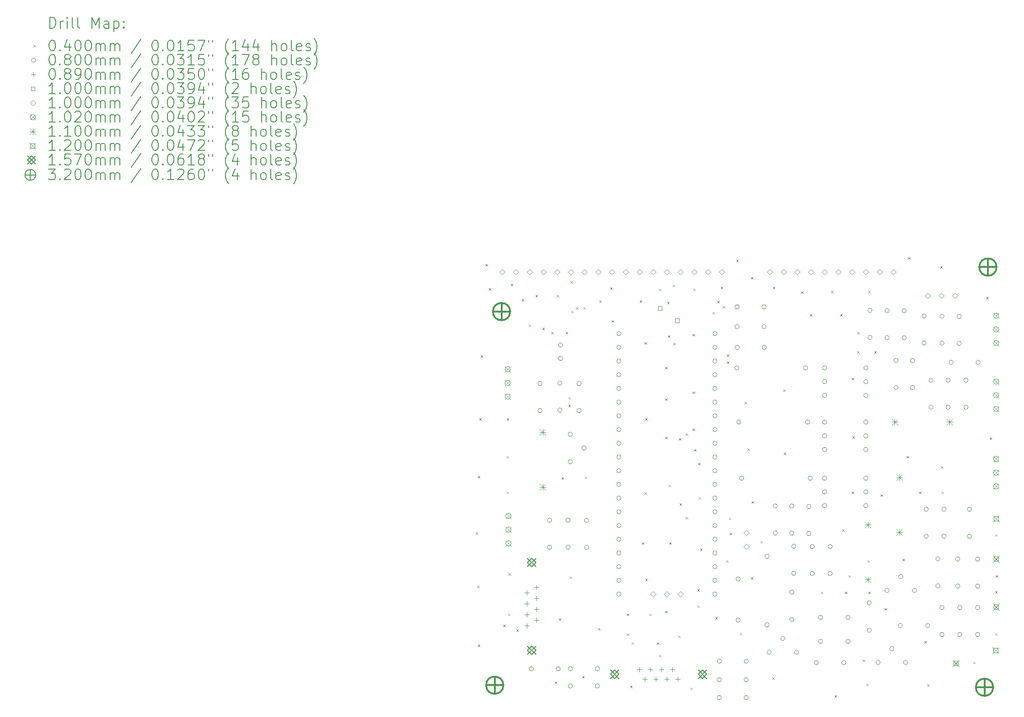
<source format=gbr>
%TF.GenerationSoftware,KiCad,Pcbnew,(6.0.9)*%
%TF.CreationDate,2023-09-14T20:57:35+02:00*%
%TF.ProjectId,Ampli144MHz,416d706c-6931-4343-944d-487a2e6b6963,1.1*%
%TF.SameCoordinates,Original*%
%TF.FileFunction,Drillmap*%
%TF.FilePolarity,Positive*%
%FSLAX45Y45*%
G04 Gerber Fmt 4.5, Leading zero omitted, Abs format (unit mm)*
G04 Created by KiCad (PCBNEW (6.0.9)) date 2023-09-14 20:57:35*
%MOMM*%
%LPD*%
G01*
G04 APERTURE LIST*
%ADD10C,0.200000*%
%ADD11C,0.040000*%
%ADD12C,0.080000*%
%ADD13C,0.089000*%
%ADD14C,0.100000*%
%ADD15C,0.102000*%
%ADD16C,0.110000*%
%ADD17C,0.120000*%
%ADD18C,0.157000*%
%ADD19C,0.320000*%
G04 APERTURE END LIST*
D10*
D11*
X8146100Y-9644700D02*
X8186100Y-9684700D01*
X8186100Y-9644700D02*
X8146100Y-9684700D01*
X8171500Y-10635300D02*
X8211500Y-10675300D01*
X8211500Y-10635300D02*
X8171500Y-10675300D01*
X8184200Y-8603300D02*
X8224200Y-8643300D01*
X8224200Y-8603300D02*
X8184200Y-8643300D01*
X8184200Y-11727500D02*
X8224200Y-11767500D01*
X8224200Y-11727500D02*
X8184200Y-11767500D01*
X8209600Y-7536500D02*
X8249600Y-7576500D01*
X8249600Y-7536500D02*
X8209600Y-7576500D01*
X8235000Y-6368100D02*
X8275000Y-6408100D01*
X8275000Y-6368100D02*
X8235000Y-6408100D01*
X8323900Y-4679000D02*
X8363900Y-4719000D01*
X8363900Y-4679000D02*
X8323900Y-4719000D01*
X8387400Y-5123500D02*
X8427400Y-5163500D01*
X8427400Y-5123500D02*
X8387400Y-5163500D01*
X8654100Y-11359200D02*
X8694100Y-11399200D01*
X8694100Y-11359200D02*
X8654100Y-11399200D01*
X8717600Y-7536500D02*
X8757600Y-7576500D01*
X8757600Y-7536500D02*
X8717600Y-7576500D01*
X8717600Y-8235000D02*
X8757600Y-8275000D01*
X8757600Y-8235000D02*
X8717600Y-8275000D01*
X8717600Y-8895400D02*
X8757600Y-8935400D01*
X8757600Y-8895400D02*
X8717600Y-8935400D01*
X8743000Y-11156000D02*
X8783000Y-11196000D01*
X8783000Y-11156000D02*
X8743000Y-11196000D01*
X8755700Y-10406700D02*
X8795700Y-10446700D01*
X8795700Y-10406700D02*
X8755700Y-10446700D01*
X8793800Y-5047300D02*
X8833800Y-5087300D01*
X8833800Y-5047300D02*
X8793800Y-5087300D01*
X8895400Y-11448100D02*
X8935400Y-11488100D01*
X8935400Y-11448100D02*
X8895400Y-11488100D01*
X8997000Y-5326700D02*
X9037000Y-5366700D01*
X9037000Y-5326700D02*
X8997000Y-5366700D01*
X9124000Y-5796600D02*
X9164000Y-5836600D01*
X9164000Y-5796600D02*
X9124000Y-5836600D01*
X9251000Y-5250500D02*
X9291000Y-5290500D01*
X9291000Y-5250500D02*
X9251000Y-5290500D01*
X9378000Y-5860100D02*
X9418000Y-5900100D01*
X9418000Y-5860100D02*
X9378000Y-5900100D01*
X9543100Y-5936300D02*
X9583100Y-5976300D01*
X9583100Y-5936300D02*
X9543100Y-5976300D01*
X9606600Y-12413300D02*
X9646600Y-12453300D01*
X9646600Y-12413300D02*
X9606600Y-12453300D01*
X9644700Y-5250500D02*
X9684700Y-5290500D01*
X9684700Y-5250500D02*
X9644700Y-5290500D01*
X9682800Y-11244900D02*
X9722800Y-11284900D01*
X9722800Y-11244900D02*
X9682800Y-11284900D01*
X9733600Y-8628700D02*
X9773600Y-8668700D01*
X9773600Y-8628700D02*
X9733600Y-8668700D01*
X9809800Y-5936300D02*
X9849800Y-5976300D01*
X9849800Y-5936300D02*
X9809800Y-5976300D01*
X9860600Y-7142800D02*
X9900600Y-7182800D01*
X9900600Y-7142800D02*
X9860600Y-7182800D01*
X9860600Y-7282500D02*
X9900600Y-7322500D01*
X9900600Y-7282500D02*
X9860600Y-7322500D01*
X9886000Y-10470200D02*
X9926000Y-10510200D01*
X9926000Y-10470200D02*
X9886000Y-10510200D01*
X9898700Y-4996500D02*
X9938700Y-5036500D01*
X9938700Y-4996500D02*
X9898700Y-5036500D01*
X9911400Y-5542600D02*
X9951400Y-5582600D01*
X9951400Y-5542600D02*
X9911400Y-5582600D01*
X9911400Y-5542600D02*
X9951400Y-5582600D01*
X9951400Y-5542600D02*
X9911400Y-5582600D01*
X10000300Y-5479100D02*
X10040300Y-5519100D01*
X10040300Y-5479100D02*
X10000300Y-5519100D01*
X10114600Y-12311700D02*
X10154600Y-12351700D01*
X10154600Y-12311700D02*
X10114600Y-12351700D01*
X10140000Y-5474350D02*
X10180000Y-5514350D01*
X10180000Y-5474350D02*
X10140000Y-5514350D01*
X10165400Y-8616000D02*
X10205400Y-8656000D01*
X10205400Y-8616000D02*
X10165400Y-8656000D01*
X10406700Y-11422700D02*
X10446700Y-11462700D01*
X10446700Y-11422700D02*
X10406700Y-11462700D01*
X10432100Y-5352100D02*
X10472100Y-5392100D01*
X10472100Y-5352100D02*
X10432100Y-5392100D01*
X10635300Y-5110800D02*
X10675300Y-5150800D01*
X10675300Y-5110800D02*
X10635300Y-5150800D01*
X10660700Y-5720400D02*
X10700700Y-5760400D01*
X10700700Y-5720400D02*
X10660700Y-5760400D01*
X10940100Y-11156000D02*
X10980100Y-11196000D01*
X10980100Y-11156000D02*
X10940100Y-11196000D01*
X10940100Y-11524300D02*
X10980100Y-11564300D01*
X10980100Y-11524300D02*
X10940100Y-11564300D01*
X11003600Y-12489500D02*
X11043600Y-12529500D01*
X11043600Y-12489500D02*
X11003600Y-12529500D01*
X11029000Y-11689400D02*
X11069000Y-11729400D01*
X11069000Y-11689400D02*
X11029000Y-11729400D01*
X11181400Y-5352100D02*
X11221400Y-5392100D01*
X11221400Y-5352100D02*
X11181400Y-5392100D01*
X11219500Y-9835200D02*
X11259500Y-9875200D01*
X11259500Y-9835200D02*
X11219500Y-9875200D01*
X11270300Y-6126800D02*
X11310300Y-6166800D01*
X11310300Y-6126800D02*
X11270300Y-6166800D01*
X11270300Y-8908100D02*
X11310300Y-8948100D01*
X11310300Y-8908100D02*
X11270300Y-8948100D01*
X11283000Y-7536500D02*
X11323000Y-7576500D01*
X11323000Y-7536500D02*
X11283000Y-7576500D01*
X11283000Y-10508300D02*
X11323000Y-10548300D01*
X11323000Y-10508300D02*
X11283000Y-10548300D01*
X11359200Y-11156000D02*
X11399200Y-11196000D01*
X11399200Y-11156000D02*
X11359200Y-11196000D01*
X11498900Y-11689400D02*
X11538900Y-11729400D01*
X11538900Y-11689400D02*
X11498900Y-11729400D01*
X11537000Y-5136200D02*
X11577000Y-5176200D01*
X11577000Y-5136200D02*
X11537000Y-5176200D01*
X11537000Y-11918000D02*
X11577000Y-11958000D01*
X11577000Y-11918000D02*
X11537000Y-11958000D01*
X11651300Y-6584000D02*
X11691300Y-6624000D01*
X11691300Y-6584000D02*
X11651300Y-6624000D01*
X11651300Y-7168200D02*
X11691300Y-7208200D01*
X11691300Y-7168200D02*
X11651300Y-7208200D01*
X11651300Y-7879400D02*
X11691300Y-7919400D01*
X11691300Y-7879400D02*
X11651300Y-7919400D01*
X11651300Y-11105200D02*
X11691300Y-11145200D01*
X11691300Y-11105200D02*
X11651300Y-11145200D01*
X11689400Y-5377500D02*
X11729400Y-5417500D01*
X11729400Y-5377500D02*
X11689400Y-5417500D01*
X11702100Y-5999800D02*
X11742100Y-6039800D01*
X11742100Y-5999800D02*
X11702100Y-6039800D01*
X11702100Y-5999800D02*
X11742100Y-6039800D01*
X11742100Y-5999800D02*
X11702100Y-6039800D01*
X11714800Y-8768400D02*
X11754800Y-8808400D01*
X11754800Y-8768400D02*
X11714800Y-8808400D01*
X11727500Y-9835200D02*
X11767500Y-9875200D01*
X11767500Y-9835200D02*
X11727500Y-9875200D01*
X11791000Y-5060000D02*
X11831000Y-5100000D01*
X11831000Y-5060000D02*
X11791000Y-5100000D01*
X11803700Y-6139500D02*
X11843700Y-6179500D01*
X11843700Y-6139500D02*
X11803700Y-6179500D01*
X11892600Y-11562400D02*
X11932600Y-11602400D01*
X11932600Y-11562400D02*
X11892600Y-11602400D01*
X11905300Y-7904800D02*
X11945300Y-7944800D01*
X11945300Y-7904800D02*
X11905300Y-7944800D01*
X11918000Y-9111300D02*
X11958000Y-9151300D01*
X11958000Y-9111300D02*
X11918000Y-9151300D01*
X12032300Y-7815900D02*
X12072300Y-7855900D01*
X12072300Y-7815900D02*
X12032300Y-7855900D01*
X12032300Y-9365300D02*
X12072300Y-9405300D01*
X12072300Y-9365300D02*
X12032300Y-9405300D01*
X12121200Y-12527600D02*
X12161200Y-12567600D01*
X12161200Y-12527600D02*
X12121200Y-12567600D01*
X12159300Y-5974400D02*
X12199300Y-6014400D01*
X12199300Y-5974400D02*
X12159300Y-6014400D01*
X12159300Y-5974400D02*
X12199300Y-6014400D01*
X12199300Y-5974400D02*
X12159300Y-6014400D01*
X12159300Y-7041200D02*
X12199300Y-7081200D01*
X12199300Y-7041200D02*
X12159300Y-7081200D01*
X12159300Y-7727000D02*
X12199300Y-7767000D01*
X12199300Y-7727000D02*
X12159300Y-7767000D01*
X12172000Y-5136200D02*
X12212000Y-5176200D01*
X12212000Y-5136200D02*
X12172000Y-5176200D01*
X12184700Y-8108000D02*
X12224700Y-8148000D01*
X12224700Y-8108000D02*
X12184700Y-8148000D01*
X12247725Y-10706275D02*
X12287725Y-10746275D01*
X12287725Y-10706275D02*
X12247725Y-10746275D01*
X12248200Y-11003600D02*
X12288200Y-11043600D01*
X12288200Y-11003600D02*
X12248200Y-11043600D01*
X12260900Y-8362000D02*
X12300900Y-8402000D01*
X12300900Y-8362000D02*
X12260900Y-8402000D01*
X12273600Y-8997000D02*
X12313600Y-9037000D01*
X12313600Y-8997000D02*
X12273600Y-9037000D01*
X12299000Y-9949500D02*
X12339000Y-9989500D01*
X12339000Y-9949500D02*
X12299000Y-9989500D01*
X12527600Y-5568000D02*
X12567600Y-5608000D01*
X12567600Y-5568000D02*
X12527600Y-5608000D01*
X12527600Y-5568000D02*
X12567600Y-5608000D01*
X12567600Y-5568000D02*
X12527600Y-5608000D01*
X12578400Y-11219500D02*
X12618400Y-11259500D01*
X12618400Y-11219500D02*
X12578400Y-11259500D01*
X12616500Y-5364800D02*
X12656500Y-5404800D01*
X12656500Y-5364800D02*
X12616500Y-5404800D01*
X12680000Y-5098100D02*
X12720000Y-5138100D01*
X12720000Y-5098100D02*
X12680000Y-5138100D01*
X12718100Y-5453700D02*
X12758100Y-5493700D01*
X12758100Y-5453700D02*
X12718100Y-5493700D01*
X12781600Y-10165400D02*
X12821600Y-10205400D01*
X12821600Y-10165400D02*
X12781600Y-10205400D01*
X12794300Y-6355400D02*
X12834300Y-6395400D01*
X12834300Y-6355400D02*
X12794300Y-6395400D01*
X12794300Y-6482400D02*
X12834300Y-6522400D01*
X12834300Y-6482400D02*
X12794300Y-6522400D01*
X12794300Y-6482400D02*
X12834300Y-6522400D01*
X12834300Y-6482400D02*
X12794300Y-6522400D01*
X12832400Y-9378000D02*
X12872400Y-9418000D01*
X12872400Y-9378000D02*
X12832400Y-9418000D01*
X12845100Y-9657400D02*
X12885100Y-9697400D01*
X12885100Y-9657400D02*
X12845100Y-9697400D01*
X12967375Y-4601850D02*
X13007375Y-4641850D01*
X13007375Y-4601850D02*
X12967375Y-4641850D01*
X13035600Y-11511600D02*
X13075600Y-11551600D01*
X13075600Y-11511600D02*
X13035600Y-11551600D01*
X13124500Y-7231700D02*
X13164500Y-7271700D01*
X13164500Y-7231700D02*
X13124500Y-7271700D01*
X13175300Y-8095300D02*
X13215300Y-8135300D01*
X13215300Y-8095300D02*
X13175300Y-8135300D01*
X13238800Y-4920300D02*
X13278800Y-4960300D01*
X13278800Y-4920300D02*
X13238800Y-4960300D01*
X13238800Y-10482900D02*
X13278800Y-10522900D01*
X13278800Y-10482900D02*
X13238800Y-10522900D01*
X13251500Y-9073200D02*
X13291500Y-9113200D01*
X13291500Y-9073200D02*
X13251500Y-9113200D01*
X13416600Y-9809800D02*
X13456600Y-9849800D01*
X13456600Y-9809800D02*
X13416600Y-9849800D01*
X13632500Y-12337100D02*
X13672500Y-12377100D01*
X13672500Y-12337100D02*
X13632500Y-12377100D01*
X13645200Y-5098100D02*
X13685200Y-5138100D01*
X13685200Y-5098100D02*
X13645200Y-5138100D01*
X13835700Y-7003100D02*
X13875700Y-7043100D01*
X13875700Y-7003100D02*
X13835700Y-7043100D01*
X13848400Y-8171500D02*
X13888400Y-8211500D01*
X13888400Y-8171500D02*
X13848400Y-8211500D01*
X14165900Y-5187000D02*
X14205900Y-5227000D01*
X14205900Y-5187000D02*
X14165900Y-5227000D01*
X14331000Y-5606100D02*
X14371000Y-5646100D01*
X14371000Y-5606100D02*
X14331000Y-5646100D01*
X14534200Y-10749600D02*
X14574200Y-10789600D01*
X14574200Y-10749600D02*
X14534200Y-10789600D01*
X14724700Y-5174300D02*
X14764700Y-5214300D01*
X14764700Y-5174300D02*
X14724700Y-5214300D01*
X14788200Y-12667300D02*
X14828200Y-12707300D01*
X14828200Y-12667300D02*
X14788200Y-12707300D01*
X14889800Y-5606100D02*
X14929800Y-5646100D01*
X14929800Y-5606100D02*
X14889800Y-5646100D01*
X14927512Y-9592420D02*
X14967512Y-9632420D01*
X14967512Y-9592420D02*
X14927512Y-9632420D01*
X14978700Y-10749600D02*
X15018700Y-10789600D01*
X15018700Y-10749600D02*
X14978700Y-10789600D01*
X15042200Y-10444800D02*
X15082200Y-10484800D01*
X15082200Y-10444800D02*
X15042200Y-10484800D01*
X15105700Y-6787200D02*
X15145700Y-6827200D01*
X15145700Y-6787200D02*
X15105700Y-6827200D01*
X15105700Y-8895400D02*
X15145700Y-8935400D01*
X15145700Y-8895400D02*
X15105700Y-8935400D01*
X15118400Y-7866700D02*
X15158400Y-7906700D01*
X15158400Y-7866700D02*
X15118400Y-7906700D01*
X15207300Y-5936300D02*
X15247300Y-5976300D01*
X15247300Y-5936300D02*
X15207300Y-5976300D01*
X15207300Y-6291900D02*
X15247300Y-6331900D01*
X15247300Y-6291900D02*
X15207300Y-6331900D01*
X15308900Y-12006900D02*
X15348900Y-12046900D01*
X15348900Y-12006900D02*
X15308900Y-12046900D01*
X15372400Y-12451400D02*
X15412400Y-12491400D01*
X15412400Y-12451400D02*
X15372400Y-12491400D01*
X15397800Y-10165400D02*
X15437800Y-10205400D01*
X15437800Y-10165400D02*
X15397800Y-10205400D01*
X15410500Y-5174300D02*
X15450500Y-5214300D01*
X15450500Y-5174300D02*
X15410500Y-5214300D01*
X15410500Y-10749600D02*
X15450500Y-10789600D01*
X15450500Y-10749600D02*
X15410500Y-10789600D01*
X15524800Y-6291900D02*
X15564800Y-6331900D01*
X15564800Y-6291900D02*
X15524800Y-6331900D01*
X15639100Y-8946200D02*
X15679100Y-8986200D01*
X15679100Y-8946200D02*
X15639100Y-8986200D01*
X15715300Y-11054400D02*
X15755300Y-11094400D01*
X15755300Y-11054400D02*
X15715300Y-11094400D01*
X16045500Y-10140000D02*
X16085500Y-10180000D01*
X16085500Y-10140000D02*
X16045500Y-10180000D01*
X16121700Y-8235000D02*
X16161700Y-8275000D01*
X16161700Y-8235000D02*
X16121700Y-8275000D01*
X16147100Y-4552000D02*
X16187100Y-4592000D01*
X16187100Y-4552000D02*
X16147100Y-4592000D01*
X16350300Y-8895400D02*
X16390300Y-8935400D01*
X16390300Y-8895400D02*
X16350300Y-8935400D01*
X16451900Y-11664000D02*
X16491900Y-11704000D01*
X16491900Y-11664000D02*
X16451900Y-11704000D01*
X16502700Y-12464100D02*
X16542700Y-12504100D01*
X16542700Y-12464100D02*
X16502700Y-12504100D01*
X16744000Y-4717100D02*
X16784000Y-4757100D01*
X16784000Y-4717100D02*
X16744000Y-4757100D01*
X16756700Y-8425500D02*
X16796700Y-8465500D01*
X16796700Y-8425500D02*
X16756700Y-8465500D01*
X16769400Y-8895400D02*
X16809400Y-8935400D01*
X16809400Y-8895400D02*
X16769400Y-8935400D01*
X17353600Y-12045000D02*
X17393600Y-12085000D01*
X17393600Y-12045000D02*
X17353600Y-12085000D01*
X17594900Y-5288600D02*
X17634900Y-5328600D01*
X17634900Y-5288600D02*
X17594900Y-5328600D01*
X17658400Y-7892100D02*
X17698400Y-7932100D01*
X17698400Y-7892100D02*
X17658400Y-7932100D01*
X17759596Y-11520717D02*
X17799596Y-11560717D01*
X17799596Y-11520717D02*
X17759596Y-11560717D01*
X17760000Y-9682800D02*
X17800000Y-9722800D01*
X17800000Y-9682800D02*
X17760000Y-9722800D01*
X17760000Y-10736900D02*
X17800000Y-10776900D01*
X17800000Y-10736900D02*
X17760000Y-10776900D01*
X17772700Y-10444800D02*
X17812700Y-10484800D01*
X17812700Y-10444800D02*
X17772700Y-10484800D01*
D12*
X9213400Y-12179300D02*
G75*
G03*
X9213400Y-12179300I-40000J0D01*
G01*
X9374500Y-6896100D02*
G75*
G03*
X9374500Y-6896100I-40000J0D01*
G01*
X9374500Y-7396100D02*
G75*
G03*
X9374500Y-7396100I-40000J0D01*
G01*
X9552300Y-9427400D02*
G75*
G03*
X9552300Y-9427400I-40000J0D01*
G01*
X9552300Y-9927400D02*
G75*
G03*
X9552300Y-9927400I-40000J0D01*
G01*
X9713400Y-12179300D02*
G75*
G03*
X9713400Y-12179300I-40000J0D01*
G01*
X9742800Y-6887400D02*
G75*
G03*
X9742800Y-6887400I-40000J0D01*
G01*
X9742800Y-7387400D02*
G75*
G03*
X9742800Y-7387400I-40000J0D01*
G01*
X9755500Y-6180138D02*
G75*
G03*
X9755500Y-6180138I-40000J0D01*
G01*
X9755500Y-6430138D02*
G75*
G03*
X9755500Y-6430138I-40000J0D01*
G01*
X9895200Y-9427400D02*
G75*
G03*
X9895200Y-9427400I-40000J0D01*
G01*
X9895200Y-9927400D02*
G75*
G03*
X9895200Y-9927400I-40000J0D01*
G01*
X9935400Y-7835900D02*
G75*
G03*
X9935400Y-7835900I-40000J0D01*
G01*
X9935400Y-8343900D02*
G75*
G03*
X9935400Y-8343900I-40000J0D01*
G01*
X9937300Y-12179300D02*
G75*
G03*
X9937300Y-12179300I-40000J0D01*
G01*
X9937300Y-12496800D02*
G75*
G03*
X9937300Y-12496800I-40000J0D01*
G01*
X10098400Y-6896100D02*
G75*
G03*
X10098400Y-6896100I-40000J0D01*
G01*
X10098400Y-7396100D02*
G75*
G03*
X10098400Y-7396100I-40000J0D01*
G01*
X10189400Y-8089900D02*
G75*
G03*
X10189400Y-8089900I-40000J0D01*
G01*
X10238100Y-9431400D02*
G75*
G03*
X10238100Y-9431400I-40000J0D01*
G01*
X10238100Y-9931400D02*
G75*
G03*
X10238100Y-9931400I-40000J0D01*
G01*
X10437300Y-12179300D02*
G75*
G03*
X10437300Y-12179300I-40000J0D01*
G01*
X10437300Y-12496800D02*
G75*
G03*
X10437300Y-12496800I-40000J0D01*
G01*
X10835000Y-5969500D02*
G75*
G03*
X10835000Y-5969500I-40000J0D01*
G01*
X10835000Y-6223500D02*
G75*
G03*
X10835000Y-6223500I-40000J0D01*
G01*
X10835000Y-6477500D02*
G75*
G03*
X10835000Y-6477500I-40000J0D01*
G01*
X10835000Y-6731500D02*
G75*
G03*
X10835000Y-6731500I-40000J0D01*
G01*
X10835000Y-6985500D02*
G75*
G03*
X10835000Y-6985500I-40000J0D01*
G01*
X10835000Y-7239500D02*
G75*
G03*
X10835000Y-7239500I-40000J0D01*
G01*
X10835000Y-7493500D02*
G75*
G03*
X10835000Y-7493500I-40000J0D01*
G01*
X10835000Y-7747500D02*
G75*
G03*
X10835000Y-7747500I-40000J0D01*
G01*
X10835000Y-8001500D02*
G75*
G03*
X10835000Y-8001500I-40000J0D01*
G01*
X10835000Y-8255500D02*
G75*
G03*
X10835000Y-8255500I-40000J0D01*
G01*
X10835000Y-8509500D02*
G75*
G03*
X10835000Y-8509500I-40000J0D01*
G01*
X10835000Y-8763500D02*
G75*
G03*
X10835000Y-8763500I-40000J0D01*
G01*
X10835000Y-9017500D02*
G75*
G03*
X10835000Y-9017500I-40000J0D01*
G01*
X10835000Y-9271500D02*
G75*
G03*
X10835000Y-9271500I-40000J0D01*
G01*
X10835000Y-9525500D02*
G75*
G03*
X10835000Y-9525500I-40000J0D01*
G01*
X10835000Y-9779500D02*
G75*
G03*
X10835000Y-9779500I-40000J0D01*
G01*
X10835000Y-10033500D02*
G75*
G03*
X10835000Y-10033500I-40000J0D01*
G01*
X10835000Y-10287500D02*
G75*
G03*
X10835000Y-10287500I-40000J0D01*
G01*
X10835000Y-10541500D02*
G75*
G03*
X10835000Y-10541500I-40000J0D01*
G01*
X10835000Y-10795500D02*
G75*
G03*
X10835000Y-10795500I-40000J0D01*
G01*
X12613000Y-5969500D02*
G75*
G03*
X12613000Y-5969500I-40000J0D01*
G01*
X12613000Y-6223500D02*
G75*
G03*
X12613000Y-6223500I-40000J0D01*
G01*
X12613000Y-6477500D02*
G75*
G03*
X12613000Y-6477500I-40000J0D01*
G01*
X12613000Y-6731500D02*
G75*
G03*
X12613000Y-6731500I-40000J0D01*
G01*
X12613000Y-6985500D02*
G75*
G03*
X12613000Y-6985500I-40000J0D01*
G01*
X12613000Y-7239500D02*
G75*
G03*
X12613000Y-7239500I-40000J0D01*
G01*
X12613000Y-7493500D02*
G75*
G03*
X12613000Y-7493500I-40000J0D01*
G01*
X12613000Y-7747500D02*
G75*
G03*
X12613000Y-7747500I-40000J0D01*
G01*
X12613000Y-8001500D02*
G75*
G03*
X12613000Y-8001500I-40000J0D01*
G01*
X12613000Y-8255500D02*
G75*
G03*
X12613000Y-8255500I-40000J0D01*
G01*
X12613000Y-8509500D02*
G75*
G03*
X12613000Y-8509500I-40000J0D01*
G01*
X12613000Y-8763500D02*
G75*
G03*
X12613000Y-8763500I-40000J0D01*
G01*
X12613000Y-9017500D02*
G75*
G03*
X12613000Y-9017500I-40000J0D01*
G01*
X12613000Y-9271500D02*
G75*
G03*
X12613000Y-9271500I-40000J0D01*
G01*
X12613000Y-9525500D02*
G75*
G03*
X12613000Y-9525500I-40000J0D01*
G01*
X12613000Y-9779500D02*
G75*
G03*
X12613000Y-9779500I-40000J0D01*
G01*
X12613000Y-10033500D02*
G75*
G03*
X12613000Y-10033500I-40000J0D01*
G01*
X12613000Y-10287500D02*
G75*
G03*
X12613000Y-10287500I-40000J0D01*
G01*
X12613000Y-10541500D02*
G75*
G03*
X12613000Y-10541500I-40000J0D01*
G01*
X12613000Y-10795500D02*
G75*
G03*
X12613000Y-10795500I-40000J0D01*
G01*
X12693200Y-12039600D02*
G75*
G03*
X12693200Y-12039600I-40000J0D01*
G01*
X12693200Y-12382500D02*
G75*
G03*
X12693200Y-12382500I-40000J0D01*
G01*
X12693200Y-12712700D02*
G75*
G03*
X12693200Y-12712700I-40000J0D01*
G01*
X13019400Y-6604000D02*
G75*
G03*
X13019400Y-6604000I-40000J0D01*
G01*
X13023400Y-5473700D02*
G75*
G03*
X13023400Y-5473700I-40000J0D01*
G01*
X13023400Y-5842000D02*
G75*
G03*
X13023400Y-5842000I-40000J0D01*
G01*
X13027400Y-6223000D02*
G75*
G03*
X13027400Y-6223000I-40000J0D01*
G01*
X13044800Y-10515600D02*
G75*
G03*
X13044800Y-10515600I-40000J0D01*
G01*
X13044800Y-11277600D02*
G75*
G03*
X13044800Y-11277600I-40000J0D01*
G01*
X13057500Y-7607300D02*
G75*
G03*
X13057500Y-7607300I-40000J0D01*
G01*
X13108300Y-8648700D02*
G75*
G03*
X13108300Y-8648700I-40000J0D01*
G01*
X13193200Y-12039600D02*
G75*
G03*
X13193200Y-12039600I-40000J0D01*
G01*
X13193200Y-12382500D02*
G75*
G03*
X13193200Y-12382500I-40000J0D01*
G01*
X13193200Y-12712700D02*
G75*
G03*
X13193200Y-12712700I-40000J0D01*
G01*
X13523400Y-5473700D02*
G75*
G03*
X13523400Y-5473700I-40000J0D01*
G01*
X13523400Y-5842000D02*
G75*
G03*
X13523400Y-5842000I-40000J0D01*
G01*
X13527400Y-6223000D02*
G75*
G03*
X13527400Y-6223000I-40000J0D01*
G01*
X13578200Y-10096500D02*
G75*
G03*
X13578200Y-10096500I-40000J0D01*
G01*
X13578200Y-11366500D02*
G75*
G03*
X13578200Y-11366500I-40000J0D01*
G01*
X13616300Y-11872400D02*
G75*
G03*
X13616300Y-11872400I-40000J0D01*
G01*
X13730600Y-9164700D02*
G75*
G03*
X13730600Y-9164700I-40000J0D01*
G01*
X13730600Y-9664700D02*
G75*
G03*
X13730600Y-9664700I-40000J0D01*
G01*
X13870300Y-11618400D02*
G75*
G03*
X13870300Y-11618400I-40000J0D01*
G01*
X14035400Y-9164700D02*
G75*
G03*
X14035400Y-9164700I-40000J0D01*
G01*
X14035400Y-9664700D02*
G75*
G03*
X14035400Y-9664700I-40000J0D01*
G01*
X14035400Y-10758800D02*
G75*
G03*
X14035400Y-10758800I-40000J0D01*
G01*
X14035400Y-11266800D02*
G75*
G03*
X14035400Y-11266800I-40000J0D01*
G01*
X14073500Y-9910000D02*
G75*
G03*
X14073500Y-9910000I-40000J0D01*
G01*
X14073500Y-10410000D02*
G75*
G03*
X14073500Y-10410000I-40000J0D01*
G01*
X14124300Y-11872400D02*
G75*
G03*
X14124300Y-11872400I-40000J0D01*
G01*
X14289400Y-6604000D02*
G75*
G03*
X14289400Y-6604000I-40000J0D01*
G01*
X14327500Y-7607300D02*
G75*
G03*
X14327500Y-7607300I-40000J0D01*
G01*
X14352900Y-9173400D02*
G75*
G03*
X14352900Y-9173400I-40000J0D01*
G01*
X14352900Y-9673400D02*
G75*
G03*
X14352900Y-9673400I-40000J0D01*
G01*
X14378300Y-8648700D02*
G75*
G03*
X14378300Y-8648700I-40000J0D01*
G01*
X14416400Y-9914000D02*
G75*
G03*
X14416400Y-9914000I-40000J0D01*
G01*
X14416400Y-10414000D02*
G75*
G03*
X14416400Y-10414000I-40000J0D01*
G01*
X14490700Y-12065000D02*
G75*
G03*
X14490700Y-12065000I-40000J0D01*
G01*
X14568800Y-11226800D02*
G75*
G03*
X14568800Y-11226800I-40000J0D01*
G01*
X14568800Y-11671300D02*
G75*
G03*
X14568800Y-11671300I-40000J0D01*
G01*
X14646000Y-6605500D02*
G75*
G03*
X14646000Y-6605500I-40000J0D01*
G01*
X14646000Y-6859500D02*
G75*
G03*
X14646000Y-6859500I-40000J0D01*
G01*
X14646000Y-7113500D02*
G75*
G03*
X14646000Y-7113500I-40000J0D01*
G01*
X14646000Y-7608800D02*
G75*
G03*
X14646000Y-7608800I-40000J0D01*
G01*
X14646000Y-7862800D02*
G75*
G03*
X14646000Y-7862800I-40000J0D01*
G01*
X14646000Y-8116800D02*
G75*
G03*
X14646000Y-8116800I-40000J0D01*
G01*
X14646000Y-8648700D02*
G75*
G03*
X14646000Y-8648700I-40000J0D01*
G01*
X14646000Y-8902700D02*
G75*
G03*
X14646000Y-8902700I-40000J0D01*
G01*
X14646000Y-9156700D02*
G75*
G03*
X14646000Y-9156700I-40000J0D01*
G01*
X14746600Y-9914000D02*
G75*
G03*
X14746600Y-9914000I-40000J0D01*
G01*
X14746600Y-10414000D02*
G75*
G03*
X14746600Y-10414000I-40000J0D01*
G01*
X14998700Y-12065000D02*
G75*
G03*
X14998700Y-12065000I-40000J0D01*
G01*
X15076800Y-11226800D02*
G75*
G03*
X15076800Y-11226800I-40000J0D01*
G01*
X15076800Y-11671300D02*
G75*
G03*
X15076800Y-11671300I-40000J0D01*
G01*
X15408000Y-6605500D02*
G75*
G03*
X15408000Y-6605500I-40000J0D01*
G01*
X15408000Y-6859500D02*
G75*
G03*
X15408000Y-6859500I-40000J0D01*
G01*
X15408000Y-7113500D02*
G75*
G03*
X15408000Y-7113500I-40000J0D01*
G01*
X15408000Y-7608800D02*
G75*
G03*
X15408000Y-7608800I-40000J0D01*
G01*
X15408000Y-7862800D02*
G75*
G03*
X15408000Y-7862800I-40000J0D01*
G01*
X15408000Y-8116800D02*
G75*
G03*
X15408000Y-8116800I-40000J0D01*
G01*
X15408000Y-8648700D02*
G75*
G03*
X15408000Y-8648700I-40000J0D01*
G01*
X15408000Y-8902700D02*
G75*
G03*
X15408000Y-8902700I-40000J0D01*
G01*
X15408000Y-9156700D02*
G75*
G03*
X15408000Y-9156700I-40000J0D01*
G01*
X15470500Y-10958200D02*
G75*
G03*
X15470500Y-10958200I-40000J0D01*
G01*
X15470500Y-11466200D02*
G75*
G03*
X15470500Y-11466200I-40000J0D01*
G01*
X15483200Y-5541200D02*
G75*
G03*
X15483200Y-5541200I-40000J0D01*
G01*
X15483200Y-6041200D02*
G75*
G03*
X15483200Y-6041200I-40000J0D01*
G01*
X15634600Y-12061100D02*
G75*
G03*
X15634600Y-12061100I-40000J0D01*
G01*
X15799700Y-10727600D02*
G75*
G03*
X15799700Y-10727600I-40000J0D01*
G01*
X15800700Y-5545200D02*
G75*
G03*
X15800700Y-5545200I-40000J0D01*
G01*
X15800700Y-6045200D02*
G75*
G03*
X15800700Y-6045200I-40000J0D01*
G01*
X15888600Y-11807100D02*
G75*
G03*
X15888600Y-11807100I-40000J0D01*
G01*
X15965800Y-6468300D02*
G75*
G03*
X15965800Y-6468300I-40000J0D01*
G01*
X15965800Y-6968300D02*
G75*
G03*
X15965800Y-6968300I-40000J0D01*
G01*
X16043900Y-11379200D02*
G75*
G03*
X16043900Y-11379200I-40000J0D01*
G01*
X16053700Y-10473600D02*
G75*
G03*
X16053700Y-10473600I-40000J0D01*
G01*
X16118200Y-5545200D02*
G75*
G03*
X16118200Y-5545200I-40000J0D01*
G01*
X16118200Y-6045200D02*
G75*
G03*
X16118200Y-6045200I-40000J0D01*
G01*
X16142600Y-12061100D02*
G75*
G03*
X16142600Y-12061100I-40000J0D01*
G01*
X16270600Y-6468300D02*
G75*
G03*
X16270600Y-6468300I-40000J0D01*
G01*
X16270600Y-6968300D02*
G75*
G03*
X16270600Y-6968300I-40000J0D01*
G01*
X16307700Y-10727600D02*
G75*
G03*
X16307700Y-10727600I-40000J0D01*
G01*
X16486500Y-5642800D02*
G75*
G03*
X16486500Y-5642800I-40000J0D01*
G01*
X16486500Y-6142800D02*
G75*
G03*
X16486500Y-6142800I-40000J0D01*
G01*
X16524600Y-9224200D02*
G75*
G03*
X16524600Y-9224200I-40000J0D01*
G01*
X16524600Y-9724200D02*
G75*
G03*
X16524600Y-9724200I-40000J0D01*
G01*
X16551900Y-11379200D02*
G75*
G03*
X16551900Y-11379200I-40000J0D01*
G01*
X16613500Y-6832600D02*
G75*
G03*
X16613500Y-6832600I-40000J0D01*
G01*
X16613500Y-7332600D02*
G75*
G03*
X16613500Y-7332600I-40000J0D01*
G01*
X16740500Y-10142600D02*
G75*
G03*
X16740500Y-10142600I-40000J0D01*
G01*
X16740500Y-10642600D02*
G75*
G03*
X16740500Y-10642600I-40000J0D01*
G01*
X16816700Y-5646800D02*
G75*
G03*
X16816700Y-5646800I-40000J0D01*
G01*
X16816700Y-6146800D02*
G75*
G03*
X16816700Y-6146800I-40000J0D01*
G01*
X16816700Y-11044300D02*
G75*
G03*
X16816700Y-11044300I-40000J0D01*
G01*
X16816700Y-11544300D02*
G75*
G03*
X16816700Y-11544300I-40000J0D01*
G01*
X16854800Y-9224200D02*
G75*
G03*
X16854800Y-9224200I-40000J0D01*
G01*
X16854800Y-9724200D02*
G75*
G03*
X16854800Y-9724200I-40000J0D01*
G01*
X16931000Y-6832600D02*
G75*
G03*
X16931000Y-6832600I-40000J0D01*
G01*
X16931000Y-7332600D02*
G75*
G03*
X16931000Y-7332600I-40000J0D01*
G01*
X16985800Y-6502400D02*
G75*
G03*
X16985800Y-6502400I-40000J0D01*
G01*
X17108800Y-10147300D02*
G75*
G03*
X17108800Y-10147300I-40000J0D01*
G01*
X17108800Y-10647300D02*
G75*
G03*
X17108800Y-10647300I-40000J0D01*
G01*
X17134200Y-5651500D02*
G75*
G03*
X17134200Y-5651500I-40000J0D01*
G01*
X17134200Y-6151500D02*
G75*
G03*
X17134200Y-6151500I-40000J0D01*
G01*
X17146900Y-11044300D02*
G75*
G03*
X17146900Y-11044300I-40000J0D01*
G01*
X17146900Y-11544300D02*
G75*
G03*
X17146900Y-11544300I-40000J0D01*
G01*
X17261200Y-6832600D02*
G75*
G03*
X17261200Y-6832600I-40000J0D01*
G01*
X17261200Y-7332600D02*
G75*
G03*
X17261200Y-7332600I-40000J0D01*
G01*
X17324700Y-9224200D02*
G75*
G03*
X17324700Y-9224200I-40000J0D01*
G01*
X17324700Y-9724200D02*
G75*
G03*
X17324700Y-9724200I-40000J0D01*
G01*
X17477100Y-10147300D02*
G75*
G03*
X17477100Y-10147300I-40000J0D01*
G01*
X17477100Y-10647300D02*
G75*
G03*
X17477100Y-10647300I-40000J0D01*
G01*
X17477100Y-11044300D02*
G75*
G03*
X17477100Y-11044300I-40000J0D01*
G01*
X17477100Y-11544300D02*
G75*
G03*
X17477100Y-11544300I-40000J0D01*
G01*
X17485800Y-6502400D02*
G75*
G03*
X17485800Y-6502400I-40000J0D01*
G01*
D13*
X9093000Y-10725100D02*
X9093000Y-10814100D01*
X9048500Y-10769600D02*
X9137500Y-10769600D01*
X9093000Y-10928300D02*
X9093000Y-11017300D01*
X9048500Y-10972800D02*
X9137500Y-10972800D01*
X9093000Y-11131500D02*
X9093000Y-11220500D01*
X9048500Y-11176000D02*
X9137500Y-11176000D01*
X9093000Y-11334700D02*
X9093000Y-11423700D01*
X9048500Y-11379200D02*
X9137500Y-11379200D01*
X9271000Y-10623500D02*
X9271000Y-10712500D01*
X9226500Y-10668000D02*
X9315500Y-10668000D01*
X9271000Y-10826700D02*
X9271000Y-10915700D01*
X9226500Y-10871200D02*
X9315500Y-10871200D01*
X9271000Y-11029900D02*
X9271000Y-11118900D01*
X9226500Y-11074400D02*
X9315500Y-11074400D01*
X9271000Y-11233100D02*
X9271000Y-11322100D01*
X9226500Y-11277600D02*
X9315500Y-11277600D01*
X11176000Y-12147500D02*
X11176000Y-12236500D01*
X11131500Y-12192000D02*
X11220500Y-12192000D01*
X11277600Y-12325500D02*
X11277600Y-12414500D01*
X11233100Y-12370000D02*
X11322100Y-12370000D01*
X11379200Y-12147500D02*
X11379200Y-12236500D01*
X11334700Y-12192000D02*
X11423700Y-12192000D01*
X11480800Y-12325500D02*
X11480800Y-12414500D01*
X11436300Y-12370000D02*
X11525300Y-12370000D01*
X11582400Y-12147500D02*
X11582400Y-12236500D01*
X11537900Y-12192000D02*
X11626900Y-12192000D01*
X11684000Y-12325500D02*
X11684000Y-12414500D01*
X11639500Y-12370000D02*
X11728500Y-12370000D01*
X11785600Y-12147500D02*
X11785600Y-12236500D01*
X11741100Y-12192000D02*
X11830100Y-12192000D01*
X11887200Y-12325500D02*
X11887200Y-12414500D01*
X11842700Y-12370000D02*
X11931700Y-12370000D01*
D14*
X11592356Y-5534456D02*
X11592356Y-5463744D01*
X11521644Y-5463744D01*
X11521644Y-5534456D01*
X11592356Y-5534456D01*
X11907709Y-5763056D02*
X11907709Y-5692344D01*
X11836998Y-5692344D01*
X11836998Y-5763056D01*
X11907709Y-5763056D01*
X8635500Y-4876000D02*
X8685500Y-4826000D01*
X8635500Y-4776000D01*
X8585500Y-4826000D01*
X8635500Y-4876000D01*
X8889500Y-4876000D02*
X8939500Y-4826000D01*
X8889500Y-4776000D01*
X8839500Y-4826000D01*
X8889500Y-4876000D01*
X9143500Y-4876000D02*
X9193500Y-4826000D01*
X9143500Y-4776000D01*
X9093500Y-4826000D01*
X9143500Y-4876000D01*
X9397500Y-4876000D02*
X9447500Y-4826000D01*
X9397500Y-4776000D01*
X9347500Y-4826000D01*
X9397500Y-4876000D01*
X9651500Y-4876000D02*
X9701500Y-4826000D01*
X9651500Y-4776000D01*
X9601500Y-4826000D01*
X9651500Y-4876000D01*
X9905500Y-4876000D02*
X9955500Y-4826000D01*
X9905500Y-4776000D01*
X9855500Y-4826000D01*
X9905500Y-4876000D01*
X10159500Y-4876000D02*
X10209500Y-4826000D01*
X10159500Y-4776000D01*
X10109500Y-4826000D01*
X10159500Y-4876000D01*
X10413500Y-4876000D02*
X10463500Y-4826000D01*
X10413500Y-4776000D01*
X10363500Y-4826000D01*
X10413500Y-4876000D01*
X10667500Y-4876000D02*
X10717500Y-4826000D01*
X10667500Y-4776000D01*
X10617500Y-4826000D01*
X10667500Y-4876000D01*
X10921500Y-4876000D02*
X10971500Y-4826000D01*
X10921500Y-4776000D01*
X10871500Y-4826000D01*
X10921500Y-4876000D01*
X11175500Y-4876000D02*
X11225500Y-4826000D01*
X11175500Y-4776000D01*
X11125500Y-4826000D01*
X11175500Y-4876000D01*
X11429500Y-4876000D02*
X11479500Y-4826000D01*
X11429500Y-4776000D01*
X11379500Y-4826000D01*
X11429500Y-4876000D01*
X11431500Y-10845000D02*
X11481500Y-10795000D01*
X11431500Y-10745000D01*
X11381500Y-10795000D01*
X11431500Y-10845000D01*
X11683500Y-4876000D02*
X11733500Y-4826000D01*
X11683500Y-4776000D01*
X11633500Y-4826000D01*
X11683500Y-4876000D01*
X11685500Y-10845000D02*
X11735500Y-10795000D01*
X11685500Y-10745000D01*
X11635500Y-10795000D01*
X11685500Y-10845000D01*
X11937500Y-4876000D02*
X11987500Y-4826000D01*
X11937500Y-4776000D01*
X11887500Y-4826000D01*
X11937500Y-4876000D01*
X11939500Y-10845000D02*
X11989500Y-10795000D01*
X11939500Y-10745000D01*
X11889500Y-10795000D01*
X11939500Y-10845000D01*
X12191500Y-4876000D02*
X12241500Y-4826000D01*
X12191500Y-4776000D01*
X12141500Y-4826000D01*
X12191500Y-4876000D01*
X12445500Y-4876000D02*
X12495500Y-4826000D01*
X12445500Y-4776000D01*
X12395500Y-4826000D01*
X12445500Y-4876000D01*
X12699500Y-4876000D02*
X12749500Y-4826000D01*
X12699500Y-4776000D01*
X12649500Y-4826000D01*
X12699500Y-4876000D01*
X13157200Y-9714200D02*
X13207200Y-9664200D01*
X13157200Y-9614200D01*
X13107200Y-9664200D01*
X13157200Y-9714200D01*
X13157200Y-9968200D02*
X13207200Y-9918200D01*
X13157200Y-9868200D01*
X13107200Y-9918200D01*
X13157200Y-9968200D01*
X13589000Y-4876000D02*
X13639000Y-4826000D01*
X13589000Y-4776000D01*
X13539000Y-4826000D01*
X13589000Y-4876000D01*
X13843000Y-4876000D02*
X13893000Y-4826000D01*
X13843000Y-4776000D01*
X13793000Y-4826000D01*
X13843000Y-4876000D01*
X14097000Y-4876000D02*
X14147000Y-4826000D01*
X14097000Y-4776000D01*
X14047000Y-4826000D01*
X14097000Y-4876000D01*
X14351000Y-4876000D02*
X14401000Y-4826000D01*
X14351000Y-4776000D01*
X14301000Y-4826000D01*
X14351000Y-4876000D01*
X14605000Y-4876000D02*
X14655000Y-4826000D01*
X14605000Y-4776000D01*
X14555000Y-4826000D01*
X14605000Y-4876000D01*
X14859000Y-4876000D02*
X14909000Y-4826000D01*
X14859000Y-4776000D01*
X14809000Y-4826000D01*
X14859000Y-4876000D01*
X15113000Y-4876000D02*
X15163000Y-4826000D01*
X15113000Y-4776000D01*
X15063000Y-4826000D01*
X15113000Y-4876000D01*
X15367000Y-4876000D02*
X15417000Y-4826000D01*
X15367000Y-4776000D01*
X15317000Y-4826000D01*
X15367000Y-4876000D01*
X15621000Y-4876000D02*
X15671000Y-4826000D01*
X15621000Y-4776000D01*
X15571000Y-4826000D01*
X15621000Y-4876000D01*
X15875000Y-4876000D02*
X15925000Y-4826000D01*
X15875000Y-4776000D01*
X15825000Y-4826000D01*
X15875000Y-4876000D01*
X16508500Y-5316000D02*
X16558500Y-5266000D01*
X16508500Y-5216000D01*
X16458500Y-5266000D01*
X16508500Y-5316000D01*
X16762500Y-5316000D02*
X16812500Y-5266000D01*
X16762500Y-5216000D01*
X16712500Y-5266000D01*
X16762500Y-5316000D01*
X17016500Y-5316000D02*
X17066500Y-5266000D01*
X17016500Y-5216000D01*
X16966500Y-5266000D01*
X17016500Y-5316000D01*
D15*
X8686600Y-6578400D02*
X8788600Y-6680400D01*
X8788600Y-6578400D02*
X8686600Y-6680400D01*
X8788600Y-6629400D02*
G75*
G03*
X8788600Y-6629400I-51000J0D01*
G01*
X8686600Y-6832400D02*
X8788600Y-6934400D01*
X8788600Y-6832400D02*
X8686600Y-6934400D01*
X8788600Y-6883400D02*
G75*
G03*
X8788600Y-6883400I-51000J0D01*
G01*
X8686600Y-7086400D02*
X8788600Y-7188400D01*
X8788600Y-7086400D02*
X8686600Y-7188400D01*
X8788600Y-7137400D02*
G75*
G03*
X8788600Y-7137400I-51000J0D01*
G01*
X8699900Y-9296200D02*
X8801900Y-9398200D01*
X8801900Y-9296200D02*
X8699900Y-9398200D01*
X8801900Y-9347200D02*
G75*
G03*
X8801900Y-9347200I-51000J0D01*
G01*
X8699900Y-9550200D02*
X8801900Y-9652200D01*
X8801900Y-9550200D02*
X8699900Y-9652200D01*
X8801900Y-9601200D02*
G75*
G03*
X8801900Y-9601200I-51000J0D01*
G01*
X8699900Y-9804200D02*
X8801900Y-9906200D01*
X8801900Y-9804200D02*
X8699900Y-9906200D01*
X8801900Y-9855200D02*
G75*
G03*
X8801900Y-9855200I-51000J0D01*
G01*
X17728400Y-8241100D02*
X17830400Y-8343100D01*
X17830400Y-8241100D02*
X17728400Y-8343100D01*
X17830400Y-8292100D02*
G75*
G03*
X17830400Y-8292100I-51000J0D01*
G01*
X17728400Y-8495100D02*
X17830400Y-8597100D01*
X17830400Y-8495100D02*
X17728400Y-8597100D01*
X17830400Y-8546100D02*
G75*
G03*
X17830400Y-8546100I-51000J0D01*
G01*
X17728400Y-8749100D02*
X17830400Y-8851100D01*
X17830400Y-8749100D02*
X17728400Y-8851100D01*
X17830400Y-8800100D02*
G75*
G03*
X17830400Y-8800100I-51000J0D01*
G01*
X17729000Y-5586800D02*
X17831000Y-5688800D01*
X17831000Y-5586800D02*
X17729000Y-5688800D01*
X17831000Y-5637800D02*
G75*
G03*
X17831000Y-5637800I-51000J0D01*
G01*
X17729000Y-5840800D02*
X17831000Y-5942800D01*
X17831000Y-5840800D02*
X17729000Y-5942800D01*
X17831000Y-5891800D02*
G75*
G03*
X17831000Y-5891800I-51000J0D01*
G01*
X17729000Y-6094800D02*
X17831000Y-6196800D01*
X17831000Y-6094800D02*
X17729000Y-6196800D01*
X17831000Y-6145800D02*
G75*
G03*
X17831000Y-6145800I-51000J0D01*
G01*
X17729000Y-6807000D02*
X17831000Y-6909000D01*
X17831000Y-6807000D02*
X17729000Y-6909000D01*
X17831000Y-6858000D02*
G75*
G03*
X17831000Y-6858000I-51000J0D01*
G01*
X17729000Y-7061000D02*
X17831000Y-7163000D01*
X17831000Y-7061000D02*
X17729000Y-7163000D01*
X17831000Y-7112000D02*
G75*
G03*
X17831000Y-7112000I-51000J0D01*
G01*
X17729000Y-7315000D02*
X17831000Y-7417000D01*
X17831000Y-7315000D02*
X17729000Y-7417000D01*
X17831000Y-7366000D02*
G75*
G03*
X17831000Y-7366000I-51000J0D01*
G01*
D16*
X9330300Y-7742800D02*
X9440300Y-7852800D01*
X9440300Y-7742800D02*
X9330300Y-7852800D01*
X9385300Y-7742800D02*
X9385300Y-7852800D01*
X9330300Y-7797800D02*
X9440300Y-7797800D01*
X9330300Y-8758800D02*
X9440300Y-8868800D01*
X9440300Y-8758800D02*
X9330300Y-8868800D01*
X9385300Y-8758800D02*
X9385300Y-8868800D01*
X9330300Y-8813800D02*
X9440300Y-8813800D01*
X15350100Y-9457300D02*
X15460100Y-9567300D01*
X15460100Y-9457300D02*
X15350100Y-9567300D01*
X15405100Y-9457300D02*
X15405100Y-9567300D01*
X15350100Y-9512300D02*
X15460100Y-9512300D01*
X15350100Y-10473300D02*
X15460100Y-10583300D01*
X15460100Y-10473300D02*
X15350100Y-10583300D01*
X15405100Y-10473300D02*
X15405100Y-10583300D01*
X15350100Y-10528300D02*
X15460100Y-10528300D01*
X15845400Y-7552300D02*
X15955400Y-7662300D01*
X15955400Y-7552300D02*
X15845400Y-7662300D01*
X15900400Y-7552300D02*
X15900400Y-7662300D01*
X15845400Y-7607300D02*
X15955400Y-7607300D01*
X15934300Y-8581000D02*
X16044300Y-8691000D01*
X16044300Y-8581000D02*
X15934300Y-8691000D01*
X15989300Y-8581000D02*
X15989300Y-8691000D01*
X15934300Y-8636000D02*
X16044300Y-8636000D01*
X15934300Y-9597000D02*
X16044300Y-9707000D01*
X16044300Y-9597000D02*
X15934300Y-9707000D01*
X15989300Y-9597000D02*
X15989300Y-9707000D01*
X15934300Y-9652000D02*
X16044300Y-9652000D01*
X16861400Y-7552300D02*
X16971400Y-7662300D01*
X16971400Y-7552300D02*
X16861400Y-7662300D01*
X16916400Y-7552300D02*
X16916400Y-7662300D01*
X16861400Y-7607300D02*
X16971400Y-7607300D01*
D17*
X16970700Y-12017700D02*
X17090700Y-12137700D01*
X17090700Y-12017700D02*
X16970700Y-12137700D01*
X17073127Y-12120127D02*
X17073127Y-12035273D01*
X16988273Y-12035273D01*
X16988273Y-12120127D01*
X17073127Y-12120127D01*
X17707300Y-11776400D02*
X17827300Y-11896400D01*
X17827300Y-11776400D02*
X17707300Y-11896400D01*
X17809727Y-11878827D02*
X17809727Y-11793973D01*
X17724873Y-11793973D01*
X17724873Y-11878827D01*
X17809727Y-11878827D01*
X17720000Y-9338000D02*
X17840000Y-9458000D01*
X17840000Y-9338000D02*
X17720000Y-9458000D01*
X17822427Y-9440427D02*
X17822427Y-9355573D01*
X17737573Y-9355573D01*
X17737573Y-9440427D01*
X17822427Y-9440427D01*
X17720000Y-10087300D02*
X17840000Y-10207300D01*
X17840000Y-10087300D02*
X17720000Y-10207300D01*
X17822427Y-10189727D02*
X17822427Y-10104873D01*
X17737573Y-10104873D01*
X17737573Y-10189727D01*
X17822427Y-10189727D01*
X17720000Y-10976300D02*
X17840000Y-11096300D01*
X17840000Y-10976300D02*
X17720000Y-11096300D01*
X17822427Y-11078727D02*
X17822427Y-10993873D01*
X17737573Y-10993873D01*
X17737573Y-11078727D01*
X17822427Y-11078727D01*
D18*
X9103500Y-10132500D02*
X9260500Y-10289500D01*
X9260500Y-10132500D02*
X9103500Y-10289500D01*
X9182000Y-10289500D02*
X9260500Y-10211000D01*
X9182000Y-10132500D01*
X9103500Y-10211000D01*
X9182000Y-10289500D01*
X9103500Y-11758500D02*
X9260500Y-11915500D01*
X9260500Y-11758500D02*
X9103500Y-11915500D01*
X9182000Y-11915500D02*
X9260500Y-11837000D01*
X9182000Y-11758500D01*
X9103500Y-11837000D01*
X9182000Y-11915500D01*
X10640500Y-12202500D02*
X10797500Y-12359500D01*
X10797500Y-12202500D02*
X10640500Y-12359500D01*
X10719000Y-12359500D02*
X10797500Y-12281000D01*
X10719000Y-12202500D01*
X10640500Y-12281000D01*
X10719000Y-12359500D01*
X12266500Y-12202500D02*
X12423500Y-12359500D01*
X12423500Y-12202500D02*
X12266500Y-12359500D01*
X12345000Y-12359500D02*
X12423500Y-12281000D01*
X12345000Y-12202500D01*
X12266500Y-12281000D01*
X12345000Y-12359500D01*
D19*
X8496300Y-12324100D02*
X8496300Y-12644100D01*
X8336300Y-12484100D02*
X8656300Y-12484100D01*
X8656300Y-12484100D02*
G75*
G03*
X8656300Y-12484100I-160000J0D01*
G01*
X8623300Y-5402600D02*
X8623300Y-5722600D01*
X8463300Y-5562600D02*
X8783300Y-5562600D01*
X8783300Y-5562600D02*
G75*
G03*
X8783300Y-5562600I-160000J0D01*
G01*
X17564100Y-12362200D02*
X17564100Y-12682200D01*
X17404100Y-12522200D02*
X17724100Y-12522200D01*
X17724100Y-12522200D02*
G75*
G03*
X17724100Y-12522200I-160000J0D01*
G01*
X17627600Y-4577100D02*
X17627600Y-4897100D01*
X17467600Y-4737100D02*
X17787600Y-4737100D01*
X17787600Y-4737100D02*
G75*
G03*
X17787600Y-4737100I-160000J0D01*
G01*
D10*
X257619Y-310476D02*
X257619Y-110476D01*
X305238Y-110476D01*
X333810Y-120000D01*
X352857Y-139048D01*
X362381Y-158095D01*
X371905Y-196190D01*
X371905Y-224762D01*
X362381Y-262857D01*
X352857Y-281905D01*
X333810Y-300952D01*
X305238Y-310476D01*
X257619Y-310476D01*
X457619Y-310476D02*
X457619Y-177143D01*
X457619Y-215238D02*
X467143Y-196190D01*
X476667Y-186667D01*
X495714Y-177143D01*
X514762Y-177143D01*
X581429Y-310476D02*
X581429Y-177143D01*
X581429Y-110476D02*
X571905Y-120000D01*
X581429Y-129524D01*
X590952Y-120000D01*
X581429Y-110476D01*
X581429Y-129524D01*
X705238Y-310476D02*
X686190Y-300952D01*
X676667Y-281905D01*
X676667Y-110476D01*
X810000Y-310476D02*
X790952Y-300952D01*
X781428Y-281905D01*
X781428Y-110476D01*
X1038571Y-310476D02*
X1038571Y-110476D01*
X1105238Y-253333D01*
X1171905Y-110476D01*
X1171905Y-310476D01*
X1352857Y-310476D02*
X1352857Y-205714D01*
X1343333Y-186667D01*
X1324286Y-177143D01*
X1286190Y-177143D01*
X1267143Y-186667D01*
X1352857Y-300952D02*
X1333810Y-310476D01*
X1286190Y-310476D01*
X1267143Y-300952D01*
X1257619Y-281905D01*
X1257619Y-262857D01*
X1267143Y-243809D01*
X1286190Y-234286D01*
X1333810Y-234286D01*
X1352857Y-224762D01*
X1448095Y-177143D02*
X1448095Y-377143D01*
X1448095Y-186667D02*
X1467143Y-177143D01*
X1505238Y-177143D01*
X1524286Y-186667D01*
X1533809Y-196190D01*
X1543333Y-215238D01*
X1543333Y-272381D01*
X1533809Y-291429D01*
X1524286Y-300952D01*
X1505238Y-310476D01*
X1467143Y-310476D01*
X1448095Y-300952D01*
X1629048Y-291429D02*
X1638571Y-300952D01*
X1629048Y-310476D01*
X1619524Y-300952D01*
X1629048Y-291429D01*
X1629048Y-310476D01*
X1629048Y-186667D02*
X1638571Y-196190D01*
X1629048Y-205714D01*
X1619524Y-196190D01*
X1629048Y-186667D01*
X1629048Y-205714D01*
D11*
X-40000Y-620000D02*
X0Y-660000D01*
X0Y-620000D02*
X-40000Y-660000D01*
D10*
X295714Y-530476D02*
X314762Y-530476D01*
X333810Y-540000D01*
X343333Y-549524D01*
X352857Y-568571D01*
X362381Y-606667D01*
X362381Y-654286D01*
X352857Y-692381D01*
X343333Y-711428D01*
X333810Y-720952D01*
X314762Y-730476D01*
X295714Y-730476D01*
X276667Y-720952D01*
X267143Y-711428D01*
X257619Y-692381D01*
X248095Y-654286D01*
X248095Y-606667D01*
X257619Y-568571D01*
X267143Y-549524D01*
X276667Y-540000D01*
X295714Y-530476D01*
X448095Y-711428D02*
X457619Y-720952D01*
X448095Y-730476D01*
X438571Y-720952D01*
X448095Y-711428D01*
X448095Y-730476D01*
X629048Y-597143D02*
X629048Y-730476D01*
X581429Y-520952D02*
X533810Y-663810D01*
X657619Y-663810D01*
X771905Y-530476D02*
X790952Y-530476D01*
X810000Y-540000D01*
X819524Y-549524D01*
X829048Y-568571D01*
X838571Y-606667D01*
X838571Y-654286D01*
X829048Y-692381D01*
X819524Y-711428D01*
X810000Y-720952D01*
X790952Y-730476D01*
X771905Y-730476D01*
X752857Y-720952D01*
X743333Y-711428D01*
X733809Y-692381D01*
X724286Y-654286D01*
X724286Y-606667D01*
X733809Y-568571D01*
X743333Y-549524D01*
X752857Y-540000D01*
X771905Y-530476D01*
X962381Y-530476D02*
X981428Y-530476D01*
X1000476Y-540000D01*
X1010000Y-549524D01*
X1019524Y-568571D01*
X1029048Y-606667D01*
X1029048Y-654286D01*
X1019524Y-692381D01*
X1010000Y-711428D01*
X1000476Y-720952D01*
X981428Y-730476D01*
X962381Y-730476D01*
X943333Y-720952D01*
X933809Y-711428D01*
X924286Y-692381D01*
X914762Y-654286D01*
X914762Y-606667D01*
X924286Y-568571D01*
X933809Y-549524D01*
X943333Y-540000D01*
X962381Y-530476D01*
X1114762Y-730476D02*
X1114762Y-597143D01*
X1114762Y-616190D02*
X1124286Y-606667D01*
X1143333Y-597143D01*
X1171905Y-597143D01*
X1190952Y-606667D01*
X1200476Y-625714D01*
X1200476Y-730476D01*
X1200476Y-625714D02*
X1210000Y-606667D01*
X1229048Y-597143D01*
X1257619Y-597143D01*
X1276667Y-606667D01*
X1286190Y-625714D01*
X1286190Y-730476D01*
X1381429Y-730476D02*
X1381429Y-597143D01*
X1381429Y-616190D02*
X1390952Y-606667D01*
X1410000Y-597143D01*
X1438571Y-597143D01*
X1457619Y-606667D01*
X1467143Y-625714D01*
X1467143Y-730476D01*
X1467143Y-625714D02*
X1476667Y-606667D01*
X1495714Y-597143D01*
X1524286Y-597143D01*
X1543333Y-606667D01*
X1552857Y-625714D01*
X1552857Y-730476D01*
X1943333Y-520952D02*
X1771905Y-778095D01*
X2200476Y-530476D02*
X2219524Y-530476D01*
X2238571Y-540000D01*
X2248095Y-549524D01*
X2257619Y-568571D01*
X2267143Y-606667D01*
X2267143Y-654286D01*
X2257619Y-692381D01*
X2248095Y-711428D01*
X2238571Y-720952D01*
X2219524Y-730476D01*
X2200476Y-730476D01*
X2181429Y-720952D01*
X2171905Y-711428D01*
X2162381Y-692381D01*
X2152857Y-654286D01*
X2152857Y-606667D01*
X2162381Y-568571D01*
X2171905Y-549524D01*
X2181429Y-540000D01*
X2200476Y-530476D01*
X2352857Y-711428D02*
X2362381Y-720952D01*
X2352857Y-730476D01*
X2343333Y-720952D01*
X2352857Y-711428D01*
X2352857Y-730476D01*
X2486190Y-530476D02*
X2505238Y-530476D01*
X2524286Y-540000D01*
X2533810Y-549524D01*
X2543333Y-568571D01*
X2552857Y-606667D01*
X2552857Y-654286D01*
X2543333Y-692381D01*
X2533810Y-711428D01*
X2524286Y-720952D01*
X2505238Y-730476D01*
X2486190Y-730476D01*
X2467143Y-720952D01*
X2457619Y-711428D01*
X2448095Y-692381D01*
X2438571Y-654286D01*
X2438571Y-606667D01*
X2448095Y-568571D01*
X2457619Y-549524D01*
X2467143Y-540000D01*
X2486190Y-530476D01*
X2743333Y-730476D02*
X2629048Y-730476D01*
X2686190Y-730476D02*
X2686190Y-530476D01*
X2667143Y-559048D01*
X2648095Y-578095D01*
X2629048Y-587619D01*
X2924286Y-530476D02*
X2829048Y-530476D01*
X2819524Y-625714D01*
X2829048Y-616190D01*
X2848095Y-606667D01*
X2895714Y-606667D01*
X2914762Y-616190D01*
X2924286Y-625714D01*
X2933809Y-644762D01*
X2933809Y-692381D01*
X2924286Y-711428D01*
X2914762Y-720952D01*
X2895714Y-730476D01*
X2848095Y-730476D01*
X2829048Y-720952D01*
X2819524Y-711428D01*
X3000476Y-530476D02*
X3133809Y-530476D01*
X3048095Y-730476D01*
X3200476Y-530476D02*
X3200476Y-568571D01*
X3276667Y-530476D02*
X3276667Y-568571D01*
X3571905Y-806667D02*
X3562381Y-797143D01*
X3543333Y-768571D01*
X3533809Y-749524D01*
X3524286Y-720952D01*
X3514762Y-673333D01*
X3514762Y-635238D01*
X3524286Y-587619D01*
X3533809Y-559048D01*
X3543333Y-540000D01*
X3562381Y-511428D01*
X3571905Y-501905D01*
X3752857Y-730476D02*
X3638571Y-730476D01*
X3695714Y-730476D02*
X3695714Y-530476D01*
X3676667Y-559048D01*
X3657619Y-578095D01*
X3638571Y-587619D01*
X3924286Y-597143D02*
X3924286Y-730476D01*
X3876667Y-520952D02*
X3829048Y-663810D01*
X3952857Y-663810D01*
X4114762Y-597143D02*
X4114762Y-730476D01*
X4067143Y-520952D02*
X4019524Y-663810D01*
X4143333Y-663810D01*
X4371905Y-730476D02*
X4371905Y-530476D01*
X4457619Y-730476D02*
X4457619Y-625714D01*
X4448095Y-606667D01*
X4429048Y-597143D01*
X4400476Y-597143D01*
X4381429Y-606667D01*
X4371905Y-616190D01*
X4581429Y-730476D02*
X4562381Y-720952D01*
X4552857Y-711428D01*
X4543333Y-692381D01*
X4543333Y-635238D01*
X4552857Y-616190D01*
X4562381Y-606667D01*
X4581429Y-597143D01*
X4610000Y-597143D01*
X4629048Y-606667D01*
X4638571Y-616190D01*
X4648095Y-635238D01*
X4648095Y-692381D01*
X4638571Y-711428D01*
X4629048Y-720952D01*
X4610000Y-730476D01*
X4581429Y-730476D01*
X4762381Y-730476D02*
X4743333Y-720952D01*
X4733810Y-701905D01*
X4733810Y-530476D01*
X4914762Y-720952D02*
X4895714Y-730476D01*
X4857619Y-730476D01*
X4838571Y-720952D01*
X4829048Y-701905D01*
X4829048Y-625714D01*
X4838571Y-606667D01*
X4857619Y-597143D01*
X4895714Y-597143D01*
X4914762Y-606667D01*
X4924286Y-625714D01*
X4924286Y-644762D01*
X4829048Y-663810D01*
X5000476Y-720952D02*
X5019524Y-730476D01*
X5057619Y-730476D01*
X5076667Y-720952D01*
X5086190Y-701905D01*
X5086190Y-692381D01*
X5076667Y-673333D01*
X5057619Y-663810D01*
X5029048Y-663810D01*
X5010000Y-654286D01*
X5000476Y-635238D01*
X5000476Y-625714D01*
X5010000Y-606667D01*
X5029048Y-597143D01*
X5057619Y-597143D01*
X5076667Y-606667D01*
X5152857Y-806667D02*
X5162381Y-797143D01*
X5181429Y-768571D01*
X5190952Y-749524D01*
X5200476Y-720952D01*
X5210000Y-673333D01*
X5210000Y-635238D01*
X5200476Y-587619D01*
X5190952Y-559048D01*
X5181429Y-540000D01*
X5162381Y-511428D01*
X5152857Y-501905D01*
D12*
X0Y-904000D02*
G75*
G03*
X0Y-904000I-40000J0D01*
G01*
D10*
X295714Y-794476D02*
X314762Y-794476D01*
X333810Y-804000D01*
X343333Y-813524D01*
X352857Y-832571D01*
X362381Y-870667D01*
X362381Y-918286D01*
X352857Y-956381D01*
X343333Y-975428D01*
X333810Y-984952D01*
X314762Y-994476D01*
X295714Y-994476D01*
X276667Y-984952D01*
X267143Y-975428D01*
X257619Y-956381D01*
X248095Y-918286D01*
X248095Y-870667D01*
X257619Y-832571D01*
X267143Y-813524D01*
X276667Y-804000D01*
X295714Y-794476D01*
X448095Y-975428D02*
X457619Y-984952D01*
X448095Y-994476D01*
X438571Y-984952D01*
X448095Y-975428D01*
X448095Y-994476D01*
X571905Y-880190D02*
X552857Y-870667D01*
X543333Y-861143D01*
X533810Y-842095D01*
X533810Y-832571D01*
X543333Y-813524D01*
X552857Y-804000D01*
X571905Y-794476D01*
X610000Y-794476D01*
X629048Y-804000D01*
X638571Y-813524D01*
X648095Y-832571D01*
X648095Y-842095D01*
X638571Y-861143D01*
X629048Y-870667D01*
X610000Y-880190D01*
X571905Y-880190D01*
X552857Y-889714D01*
X543333Y-899238D01*
X533810Y-918286D01*
X533810Y-956381D01*
X543333Y-975428D01*
X552857Y-984952D01*
X571905Y-994476D01*
X610000Y-994476D01*
X629048Y-984952D01*
X638571Y-975428D01*
X648095Y-956381D01*
X648095Y-918286D01*
X638571Y-899238D01*
X629048Y-889714D01*
X610000Y-880190D01*
X771905Y-794476D02*
X790952Y-794476D01*
X810000Y-804000D01*
X819524Y-813524D01*
X829048Y-832571D01*
X838571Y-870667D01*
X838571Y-918286D01*
X829048Y-956381D01*
X819524Y-975428D01*
X810000Y-984952D01*
X790952Y-994476D01*
X771905Y-994476D01*
X752857Y-984952D01*
X743333Y-975428D01*
X733809Y-956381D01*
X724286Y-918286D01*
X724286Y-870667D01*
X733809Y-832571D01*
X743333Y-813524D01*
X752857Y-804000D01*
X771905Y-794476D01*
X962381Y-794476D02*
X981428Y-794476D01*
X1000476Y-804000D01*
X1010000Y-813524D01*
X1019524Y-832571D01*
X1029048Y-870667D01*
X1029048Y-918286D01*
X1019524Y-956381D01*
X1010000Y-975428D01*
X1000476Y-984952D01*
X981428Y-994476D01*
X962381Y-994476D01*
X943333Y-984952D01*
X933809Y-975428D01*
X924286Y-956381D01*
X914762Y-918286D01*
X914762Y-870667D01*
X924286Y-832571D01*
X933809Y-813524D01*
X943333Y-804000D01*
X962381Y-794476D01*
X1114762Y-994476D02*
X1114762Y-861143D01*
X1114762Y-880190D02*
X1124286Y-870667D01*
X1143333Y-861143D01*
X1171905Y-861143D01*
X1190952Y-870667D01*
X1200476Y-889714D01*
X1200476Y-994476D01*
X1200476Y-889714D02*
X1210000Y-870667D01*
X1229048Y-861143D01*
X1257619Y-861143D01*
X1276667Y-870667D01*
X1286190Y-889714D01*
X1286190Y-994476D01*
X1381429Y-994476D02*
X1381429Y-861143D01*
X1381429Y-880190D02*
X1390952Y-870667D01*
X1410000Y-861143D01*
X1438571Y-861143D01*
X1457619Y-870667D01*
X1467143Y-889714D01*
X1467143Y-994476D01*
X1467143Y-889714D02*
X1476667Y-870667D01*
X1495714Y-861143D01*
X1524286Y-861143D01*
X1543333Y-870667D01*
X1552857Y-889714D01*
X1552857Y-994476D01*
X1943333Y-784952D02*
X1771905Y-1042095D01*
X2200476Y-794476D02*
X2219524Y-794476D01*
X2238571Y-804000D01*
X2248095Y-813524D01*
X2257619Y-832571D01*
X2267143Y-870667D01*
X2267143Y-918286D01*
X2257619Y-956381D01*
X2248095Y-975428D01*
X2238571Y-984952D01*
X2219524Y-994476D01*
X2200476Y-994476D01*
X2181429Y-984952D01*
X2171905Y-975428D01*
X2162381Y-956381D01*
X2152857Y-918286D01*
X2152857Y-870667D01*
X2162381Y-832571D01*
X2171905Y-813524D01*
X2181429Y-804000D01*
X2200476Y-794476D01*
X2352857Y-975428D02*
X2362381Y-984952D01*
X2352857Y-994476D01*
X2343333Y-984952D01*
X2352857Y-975428D01*
X2352857Y-994476D01*
X2486190Y-794476D02*
X2505238Y-794476D01*
X2524286Y-804000D01*
X2533810Y-813524D01*
X2543333Y-832571D01*
X2552857Y-870667D01*
X2552857Y-918286D01*
X2543333Y-956381D01*
X2533810Y-975428D01*
X2524286Y-984952D01*
X2505238Y-994476D01*
X2486190Y-994476D01*
X2467143Y-984952D01*
X2457619Y-975428D01*
X2448095Y-956381D01*
X2438571Y-918286D01*
X2438571Y-870667D01*
X2448095Y-832571D01*
X2457619Y-813524D01*
X2467143Y-804000D01*
X2486190Y-794476D01*
X2619524Y-794476D02*
X2743333Y-794476D01*
X2676667Y-870667D01*
X2705238Y-870667D01*
X2724286Y-880190D01*
X2733810Y-889714D01*
X2743333Y-908762D01*
X2743333Y-956381D01*
X2733810Y-975428D01*
X2724286Y-984952D01*
X2705238Y-994476D01*
X2648095Y-994476D01*
X2629048Y-984952D01*
X2619524Y-975428D01*
X2933809Y-994476D02*
X2819524Y-994476D01*
X2876667Y-994476D02*
X2876667Y-794476D01*
X2857619Y-823048D01*
X2838571Y-842095D01*
X2819524Y-851619D01*
X3114762Y-794476D02*
X3019524Y-794476D01*
X3010000Y-889714D01*
X3019524Y-880190D01*
X3038571Y-870667D01*
X3086190Y-870667D01*
X3105238Y-880190D01*
X3114762Y-889714D01*
X3124286Y-908762D01*
X3124286Y-956381D01*
X3114762Y-975428D01*
X3105238Y-984952D01*
X3086190Y-994476D01*
X3038571Y-994476D01*
X3019524Y-984952D01*
X3010000Y-975428D01*
X3200476Y-794476D02*
X3200476Y-832571D01*
X3276667Y-794476D02*
X3276667Y-832571D01*
X3571905Y-1070667D02*
X3562381Y-1061143D01*
X3543333Y-1032571D01*
X3533809Y-1013524D01*
X3524286Y-984952D01*
X3514762Y-937333D01*
X3514762Y-899238D01*
X3524286Y-851619D01*
X3533809Y-823048D01*
X3543333Y-804000D01*
X3562381Y-775428D01*
X3571905Y-765905D01*
X3752857Y-994476D02*
X3638571Y-994476D01*
X3695714Y-994476D02*
X3695714Y-794476D01*
X3676667Y-823048D01*
X3657619Y-842095D01*
X3638571Y-851619D01*
X3819524Y-794476D02*
X3952857Y-794476D01*
X3867143Y-994476D01*
X4057619Y-880190D02*
X4038571Y-870667D01*
X4029048Y-861143D01*
X4019524Y-842095D01*
X4019524Y-832571D01*
X4029048Y-813524D01*
X4038571Y-804000D01*
X4057619Y-794476D01*
X4095714Y-794476D01*
X4114762Y-804000D01*
X4124286Y-813524D01*
X4133809Y-832571D01*
X4133809Y-842095D01*
X4124286Y-861143D01*
X4114762Y-870667D01*
X4095714Y-880190D01*
X4057619Y-880190D01*
X4038571Y-889714D01*
X4029048Y-899238D01*
X4019524Y-918286D01*
X4019524Y-956381D01*
X4029048Y-975428D01*
X4038571Y-984952D01*
X4057619Y-994476D01*
X4095714Y-994476D01*
X4114762Y-984952D01*
X4124286Y-975428D01*
X4133809Y-956381D01*
X4133809Y-918286D01*
X4124286Y-899238D01*
X4114762Y-889714D01*
X4095714Y-880190D01*
X4371905Y-994476D02*
X4371905Y-794476D01*
X4457619Y-994476D02*
X4457619Y-889714D01*
X4448095Y-870667D01*
X4429048Y-861143D01*
X4400476Y-861143D01*
X4381429Y-870667D01*
X4371905Y-880190D01*
X4581429Y-994476D02*
X4562381Y-984952D01*
X4552857Y-975428D01*
X4543333Y-956381D01*
X4543333Y-899238D01*
X4552857Y-880190D01*
X4562381Y-870667D01*
X4581429Y-861143D01*
X4610000Y-861143D01*
X4629048Y-870667D01*
X4638571Y-880190D01*
X4648095Y-899238D01*
X4648095Y-956381D01*
X4638571Y-975428D01*
X4629048Y-984952D01*
X4610000Y-994476D01*
X4581429Y-994476D01*
X4762381Y-994476D02*
X4743333Y-984952D01*
X4733810Y-965905D01*
X4733810Y-794476D01*
X4914762Y-984952D02*
X4895714Y-994476D01*
X4857619Y-994476D01*
X4838571Y-984952D01*
X4829048Y-965905D01*
X4829048Y-889714D01*
X4838571Y-870667D01*
X4857619Y-861143D01*
X4895714Y-861143D01*
X4914762Y-870667D01*
X4924286Y-889714D01*
X4924286Y-908762D01*
X4829048Y-927809D01*
X5000476Y-984952D02*
X5019524Y-994476D01*
X5057619Y-994476D01*
X5076667Y-984952D01*
X5086190Y-965905D01*
X5086190Y-956381D01*
X5076667Y-937333D01*
X5057619Y-927809D01*
X5029048Y-927809D01*
X5010000Y-918286D01*
X5000476Y-899238D01*
X5000476Y-889714D01*
X5010000Y-870667D01*
X5029048Y-861143D01*
X5057619Y-861143D01*
X5076667Y-870667D01*
X5152857Y-1070667D02*
X5162381Y-1061143D01*
X5181429Y-1032571D01*
X5190952Y-1013524D01*
X5200476Y-984952D01*
X5210000Y-937333D01*
X5210000Y-899238D01*
X5200476Y-851619D01*
X5190952Y-823048D01*
X5181429Y-804000D01*
X5162381Y-775428D01*
X5152857Y-765905D01*
D13*
X-44500Y-1123500D02*
X-44500Y-1212500D01*
X-89000Y-1168000D02*
X0Y-1168000D01*
D10*
X295714Y-1058476D02*
X314762Y-1058476D01*
X333810Y-1068000D01*
X343333Y-1077524D01*
X352857Y-1096571D01*
X362381Y-1134667D01*
X362381Y-1182286D01*
X352857Y-1220381D01*
X343333Y-1239429D01*
X333810Y-1248952D01*
X314762Y-1258476D01*
X295714Y-1258476D01*
X276667Y-1248952D01*
X267143Y-1239429D01*
X257619Y-1220381D01*
X248095Y-1182286D01*
X248095Y-1134667D01*
X257619Y-1096571D01*
X267143Y-1077524D01*
X276667Y-1068000D01*
X295714Y-1058476D01*
X448095Y-1239429D02*
X457619Y-1248952D01*
X448095Y-1258476D01*
X438571Y-1248952D01*
X448095Y-1239429D01*
X448095Y-1258476D01*
X571905Y-1144190D02*
X552857Y-1134667D01*
X543333Y-1125143D01*
X533810Y-1106095D01*
X533810Y-1096571D01*
X543333Y-1077524D01*
X552857Y-1068000D01*
X571905Y-1058476D01*
X610000Y-1058476D01*
X629048Y-1068000D01*
X638571Y-1077524D01*
X648095Y-1096571D01*
X648095Y-1106095D01*
X638571Y-1125143D01*
X629048Y-1134667D01*
X610000Y-1144190D01*
X571905Y-1144190D01*
X552857Y-1153714D01*
X543333Y-1163238D01*
X533810Y-1182286D01*
X533810Y-1220381D01*
X543333Y-1239429D01*
X552857Y-1248952D01*
X571905Y-1258476D01*
X610000Y-1258476D01*
X629048Y-1248952D01*
X638571Y-1239429D01*
X648095Y-1220381D01*
X648095Y-1182286D01*
X638571Y-1163238D01*
X629048Y-1153714D01*
X610000Y-1144190D01*
X743333Y-1258476D02*
X781428Y-1258476D01*
X800476Y-1248952D01*
X810000Y-1239429D01*
X829048Y-1210857D01*
X838571Y-1172762D01*
X838571Y-1096571D01*
X829048Y-1077524D01*
X819524Y-1068000D01*
X800476Y-1058476D01*
X762381Y-1058476D01*
X743333Y-1068000D01*
X733809Y-1077524D01*
X724286Y-1096571D01*
X724286Y-1144190D01*
X733809Y-1163238D01*
X743333Y-1172762D01*
X762381Y-1182286D01*
X800476Y-1182286D01*
X819524Y-1172762D01*
X829048Y-1163238D01*
X838571Y-1144190D01*
X962381Y-1058476D02*
X981428Y-1058476D01*
X1000476Y-1068000D01*
X1010000Y-1077524D01*
X1019524Y-1096571D01*
X1029048Y-1134667D01*
X1029048Y-1182286D01*
X1019524Y-1220381D01*
X1010000Y-1239429D01*
X1000476Y-1248952D01*
X981428Y-1258476D01*
X962381Y-1258476D01*
X943333Y-1248952D01*
X933809Y-1239429D01*
X924286Y-1220381D01*
X914762Y-1182286D01*
X914762Y-1134667D01*
X924286Y-1096571D01*
X933809Y-1077524D01*
X943333Y-1068000D01*
X962381Y-1058476D01*
X1114762Y-1258476D02*
X1114762Y-1125143D01*
X1114762Y-1144190D02*
X1124286Y-1134667D01*
X1143333Y-1125143D01*
X1171905Y-1125143D01*
X1190952Y-1134667D01*
X1200476Y-1153714D01*
X1200476Y-1258476D01*
X1200476Y-1153714D02*
X1210000Y-1134667D01*
X1229048Y-1125143D01*
X1257619Y-1125143D01*
X1276667Y-1134667D01*
X1286190Y-1153714D01*
X1286190Y-1258476D01*
X1381429Y-1258476D02*
X1381429Y-1125143D01*
X1381429Y-1144190D02*
X1390952Y-1134667D01*
X1410000Y-1125143D01*
X1438571Y-1125143D01*
X1457619Y-1134667D01*
X1467143Y-1153714D01*
X1467143Y-1258476D01*
X1467143Y-1153714D02*
X1476667Y-1134667D01*
X1495714Y-1125143D01*
X1524286Y-1125143D01*
X1543333Y-1134667D01*
X1552857Y-1153714D01*
X1552857Y-1258476D01*
X1943333Y-1048952D02*
X1771905Y-1306095D01*
X2200476Y-1058476D02*
X2219524Y-1058476D01*
X2238571Y-1068000D01*
X2248095Y-1077524D01*
X2257619Y-1096571D01*
X2267143Y-1134667D01*
X2267143Y-1182286D01*
X2257619Y-1220381D01*
X2248095Y-1239429D01*
X2238571Y-1248952D01*
X2219524Y-1258476D01*
X2200476Y-1258476D01*
X2181429Y-1248952D01*
X2171905Y-1239429D01*
X2162381Y-1220381D01*
X2152857Y-1182286D01*
X2152857Y-1134667D01*
X2162381Y-1096571D01*
X2171905Y-1077524D01*
X2181429Y-1068000D01*
X2200476Y-1058476D01*
X2352857Y-1239429D02*
X2362381Y-1248952D01*
X2352857Y-1258476D01*
X2343333Y-1248952D01*
X2352857Y-1239429D01*
X2352857Y-1258476D01*
X2486190Y-1058476D02*
X2505238Y-1058476D01*
X2524286Y-1068000D01*
X2533810Y-1077524D01*
X2543333Y-1096571D01*
X2552857Y-1134667D01*
X2552857Y-1182286D01*
X2543333Y-1220381D01*
X2533810Y-1239429D01*
X2524286Y-1248952D01*
X2505238Y-1258476D01*
X2486190Y-1258476D01*
X2467143Y-1248952D01*
X2457619Y-1239429D01*
X2448095Y-1220381D01*
X2438571Y-1182286D01*
X2438571Y-1134667D01*
X2448095Y-1096571D01*
X2457619Y-1077524D01*
X2467143Y-1068000D01*
X2486190Y-1058476D01*
X2619524Y-1058476D02*
X2743333Y-1058476D01*
X2676667Y-1134667D01*
X2705238Y-1134667D01*
X2724286Y-1144190D01*
X2733810Y-1153714D01*
X2743333Y-1172762D01*
X2743333Y-1220381D01*
X2733810Y-1239429D01*
X2724286Y-1248952D01*
X2705238Y-1258476D01*
X2648095Y-1258476D01*
X2629048Y-1248952D01*
X2619524Y-1239429D01*
X2924286Y-1058476D02*
X2829048Y-1058476D01*
X2819524Y-1153714D01*
X2829048Y-1144190D01*
X2848095Y-1134667D01*
X2895714Y-1134667D01*
X2914762Y-1144190D01*
X2924286Y-1153714D01*
X2933809Y-1172762D01*
X2933809Y-1220381D01*
X2924286Y-1239429D01*
X2914762Y-1248952D01*
X2895714Y-1258476D01*
X2848095Y-1258476D01*
X2829048Y-1248952D01*
X2819524Y-1239429D01*
X3057619Y-1058476D02*
X3076667Y-1058476D01*
X3095714Y-1068000D01*
X3105238Y-1077524D01*
X3114762Y-1096571D01*
X3124286Y-1134667D01*
X3124286Y-1182286D01*
X3114762Y-1220381D01*
X3105238Y-1239429D01*
X3095714Y-1248952D01*
X3076667Y-1258476D01*
X3057619Y-1258476D01*
X3038571Y-1248952D01*
X3029048Y-1239429D01*
X3019524Y-1220381D01*
X3010000Y-1182286D01*
X3010000Y-1134667D01*
X3019524Y-1096571D01*
X3029048Y-1077524D01*
X3038571Y-1068000D01*
X3057619Y-1058476D01*
X3200476Y-1058476D02*
X3200476Y-1096571D01*
X3276667Y-1058476D02*
X3276667Y-1096571D01*
X3571905Y-1334667D02*
X3562381Y-1325143D01*
X3543333Y-1296571D01*
X3533809Y-1277524D01*
X3524286Y-1248952D01*
X3514762Y-1201333D01*
X3514762Y-1163238D01*
X3524286Y-1115619D01*
X3533809Y-1087048D01*
X3543333Y-1068000D01*
X3562381Y-1039428D01*
X3571905Y-1029905D01*
X3752857Y-1258476D02*
X3638571Y-1258476D01*
X3695714Y-1258476D02*
X3695714Y-1058476D01*
X3676667Y-1087048D01*
X3657619Y-1106095D01*
X3638571Y-1115619D01*
X3924286Y-1058476D02*
X3886190Y-1058476D01*
X3867143Y-1068000D01*
X3857619Y-1077524D01*
X3838571Y-1106095D01*
X3829048Y-1144190D01*
X3829048Y-1220381D01*
X3838571Y-1239429D01*
X3848095Y-1248952D01*
X3867143Y-1258476D01*
X3905238Y-1258476D01*
X3924286Y-1248952D01*
X3933809Y-1239429D01*
X3943333Y-1220381D01*
X3943333Y-1172762D01*
X3933809Y-1153714D01*
X3924286Y-1144190D01*
X3905238Y-1134667D01*
X3867143Y-1134667D01*
X3848095Y-1144190D01*
X3838571Y-1153714D01*
X3829048Y-1172762D01*
X4181428Y-1258476D02*
X4181428Y-1058476D01*
X4267143Y-1258476D02*
X4267143Y-1153714D01*
X4257619Y-1134667D01*
X4238571Y-1125143D01*
X4210000Y-1125143D01*
X4190952Y-1134667D01*
X4181428Y-1144190D01*
X4390952Y-1258476D02*
X4371905Y-1248952D01*
X4362381Y-1239429D01*
X4352857Y-1220381D01*
X4352857Y-1163238D01*
X4362381Y-1144190D01*
X4371905Y-1134667D01*
X4390952Y-1125143D01*
X4419524Y-1125143D01*
X4438571Y-1134667D01*
X4448095Y-1144190D01*
X4457619Y-1163238D01*
X4457619Y-1220381D01*
X4448095Y-1239429D01*
X4438571Y-1248952D01*
X4419524Y-1258476D01*
X4390952Y-1258476D01*
X4571905Y-1258476D02*
X4552857Y-1248952D01*
X4543333Y-1229905D01*
X4543333Y-1058476D01*
X4724286Y-1248952D02*
X4705238Y-1258476D01*
X4667143Y-1258476D01*
X4648095Y-1248952D01*
X4638571Y-1229905D01*
X4638571Y-1153714D01*
X4648095Y-1134667D01*
X4667143Y-1125143D01*
X4705238Y-1125143D01*
X4724286Y-1134667D01*
X4733810Y-1153714D01*
X4733810Y-1172762D01*
X4638571Y-1191810D01*
X4810000Y-1248952D02*
X4829048Y-1258476D01*
X4867143Y-1258476D01*
X4886190Y-1248952D01*
X4895714Y-1229905D01*
X4895714Y-1220381D01*
X4886190Y-1201333D01*
X4867143Y-1191810D01*
X4838571Y-1191810D01*
X4819524Y-1182286D01*
X4810000Y-1163238D01*
X4810000Y-1153714D01*
X4819524Y-1134667D01*
X4838571Y-1125143D01*
X4867143Y-1125143D01*
X4886190Y-1134667D01*
X4962381Y-1334667D02*
X4971905Y-1325143D01*
X4990952Y-1296571D01*
X5000476Y-1277524D01*
X5010000Y-1248952D01*
X5019524Y-1201333D01*
X5019524Y-1163238D01*
X5010000Y-1115619D01*
X5000476Y-1087048D01*
X4990952Y-1068000D01*
X4971905Y-1039428D01*
X4962381Y-1029905D01*
D14*
X-14644Y-1467356D02*
X-14644Y-1396644D01*
X-85356Y-1396644D01*
X-85356Y-1467356D01*
X-14644Y-1467356D01*
D10*
X362381Y-1522476D02*
X248095Y-1522476D01*
X305238Y-1522476D02*
X305238Y-1322476D01*
X286190Y-1351048D01*
X267143Y-1370095D01*
X248095Y-1379619D01*
X448095Y-1503428D02*
X457619Y-1512952D01*
X448095Y-1522476D01*
X438571Y-1512952D01*
X448095Y-1503428D01*
X448095Y-1522476D01*
X581429Y-1322476D02*
X600476Y-1322476D01*
X619524Y-1332000D01*
X629048Y-1341524D01*
X638571Y-1360571D01*
X648095Y-1398667D01*
X648095Y-1446286D01*
X638571Y-1484381D01*
X629048Y-1503428D01*
X619524Y-1512952D01*
X600476Y-1522476D01*
X581429Y-1522476D01*
X562381Y-1512952D01*
X552857Y-1503428D01*
X543333Y-1484381D01*
X533810Y-1446286D01*
X533810Y-1398667D01*
X543333Y-1360571D01*
X552857Y-1341524D01*
X562381Y-1332000D01*
X581429Y-1322476D01*
X771905Y-1322476D02*
X790952Y-1322476D01*
X810000Y-1332000D01*
X819524Y-1341524D01*
X829048Y-1360571D01*
X838571Y-1398667D01*
X838571Y-1446286D01*
X829048Y-1484381D01*
X819524Y-1503428D01*
X810000Y-1512952D01*
X790952Y-1522476D01*
X771905Y-1522476D01*
X752857Y-1512952D01*
X743333Y-1503428D01*
X733809Y-1484381D01*
X724286Y-1446286D01*
X724286Y-1398667D01*
X733809Y-1360571D01*
X743333Y-1341524D01*
X752857Y-1332000D01*
X771905Y-1322476D01*
X962381Y-1322476D02*
X981428Y-1322476D01*
X1000476Y-1332000D01*
X1010000Y-1341524D01*
X1019524Y-1360571D01*
X1029048Y-1398667D01*
X1029048Y-1446286D01*
X1019524Y-1484381D01*
X1010000Y-1503428D01*
X1000476Y-1512952D01*
X981428Y-1522476D01*
X962381Y-1522476D01*
X943333Y-1512952D01*
X933809Y-1503428D01*
X924286Y-1484381D01*
X914762Y-1446286D01*
X914762Y-1398667D01*
X924286Y-1360571D01*
X933809Y-1341524D01*
X943333Y-1332000D01*
X962381Y-1322476D01*
X1114762Y-1522476D02*
X1114762Y-1389143D01*
X1114762Y-1408190D02*
X1124286Y-1398667D01*
X1143333Y-1389143D01*
X1171905Y-1389143D01*
X1190952Y-1398667D01*
X1200476Y-1417714D01*
X1200476Y-1522476D01*
X1200476Y-1417714D02*
X1210000Y-1398667D01*
X1229048Y-1389143D01*
X1257619Y-1389143D01*
X1276667Y-1398667D01*
X1286190Y-1417714D01*
X1286190Y-1522476D01*
X1381429Y-1522476D02*
X1381429Y-1389143D01*
X1381429Y-1408190D02*
X1390952Y-1398667D01*
X1410000Y-1389143D01*
X1438571Y-1389143D01*
X1457619Y-1398667D01*
X1467143Y-1417714D01*
X1467143Y-1522476D01*
X1467143Y-1417714D02*
X1476667Y-1398667D01*
X1495714Y-1389143D01*
X1524286Y-1389143D01*
X1543333Y-1398667D01*
X1552857Y-1417714D01*
X1552857Y-1522476D01*
X1943333Y-1312952D02*
X1771905Y-1570095D01*
X2200476Y-1322476D02*
X2219524Y-1322476D01*
X2238571Y-1332000D01*
X2248095Y-1341524D01*
X2257619Y-1360571D01*
X2267143Y-1398667D01*
X2267143Y-1446286D01*
X2257619Y-1484381D01*
X2248095Y-1503428D01*
X2238571Y-1512952D01*
X2219524Y-1522476D01*
X2200476Y-1522476D01*
X2181429Y-1512952D01*
X2171905Y-1503428D01*
X2162381Y-1484381D01*
X2152857Y-1446286D01*
X2152857Y-1398667D01*
X2162381Y-1360571D01*
X2171905Y-1341524D01*
X2181429Y-1332000D01*
X2200476Y-1322476D01*
X2352857Y-1503428D02*
X2362381Y-1512952D01*
X2352857Y-1522476D01*
X2343333Y-1512952D01*
X2352857Y-1503428D01*
X2352857Y-1522476D01*
X2486190Y-1322476D02*
X2505238Y-1322476D01*
X2524286Y-1332000D01*
X2533810Y-1341524D01*
X2543333Y-1360571D01*
X2552857Y-1398667D01*
X2552857Y-1446286D01*
X2543333Y-1484381D01*
X2533810Y-1503428D01*
X2524286Y-1512952D01*
X2505238Y-1522476D01*
X2486190Y-1522476D01*
X2467143Y-1512952D01*
X2457619Y-1503428D01*
X2448095Y-1484381D01*
X2438571Y-1446286D01*
X2438571Y-1398667D01*
X2448095Y-1360571D01*
X2457619Y-1341524D01*
X2467143Y-1332000D01*
X2486190Y-1322476D01*
X2619524Y-1322476D02*
X2743333Y-1322476D01*
X2676667Y-1398667D01*
X2705238Y-1398667D01*
X2724286Y-1408190D01*
X2733810Y-1417714D01*
X2743333Y-1436762D01*
X2743333Y-1484381D01*
X2733810Y-1503428D01*
X2724286Y-1512952D01*
X2705238Y-1522476D01*
X2648095Y-1522476D01*
X2629048Y-1512952D01*
X2619524Y-1503428D01*
X2838571Y-1522476D02*
X2876667Y-1522476D01*
X2895714Y-1512952D01*
X2905238Y-1503428D01*
X2924286Y-1474857D01*
X2933809Y-1436762D01*
X2933809Y-1360571D01*
X2924286Y-1341524D01*
X2914762Y-1332000D01*
X2895714Y-1322476D01*
X2857619Y-1322476D01*
X2838571Y-1332000D01*
X2829048Y-1341524D01*
X2819524Y-1360571D01*
X2819524Y-1408190D01*
X2829048Y-1427238D01*
X2838571Y-1436762D01*
X2857619Y-1446286D01*
X2895714Y-1446286D01*
X2914762Y-1436762D01*
X2924286Y-1427238D01*
X2933809Y-1408190D01*
X3105238Y-1389143D02*
X3105238Y-1522476D01*
X3057619Y-1312952D02*
X3010000Y-1455809D01*
X3133809Y-1455809D01*
X3200476Y-1322476D02*
X3200476Y-1360571D01*
X3276667Y-1322476D02*
X3276667Y-1360571D01*
X3571905Y-1598667D02*
X3562381Y-1589143D01*
X3543333Y-1560571D01*
X3533809Y-1541524D01*
X3524286Y-1512952D01*
X3514762Y-1465333D01*
X3514762Y-1427238D01*
X3524286Y-1379619D01*
X3533809Y-1351048D01*
X3543333Y-1332000D01*
X3562381Y-1303429D01*
X3571905Y-1293905D01*
X3638571Y-1341524D02*
X3648095Y-1332000D01*
X3667143Y-1322476D01*
X3714762Y-1322476D01*
X3733809Y-1332000D01*
X3743333Y-1341524D01*
X3752857Y-1360571D01*
X3752857Y-1379619D01*
X3743333Y-1408190D01*
X3629048Y-1522476D01*
X3752857Y-1522476D01*
X3990952Y-1522476D02*
X3990952Y-1322476D01*
X4076667Y-1522476D02*
X4076667Y-1417714D01*
X4067143Y-1398667D01*
X4048095Y-1389143D01*
X4019524Y-1389143D01*
X4000476Y-1398667D01*
X3990952Y-1408190D01*
X4200476Y-1522476D02*
X4181428Y-1512952D01*
X4171905Y-1503428D01*
X4162381Y-1484381D01*
X4162381Y-1427238D01*
X4171905Y-1408190D01*
X4181428Y-1398667D01*
X4200476Y-1389143D01*
X4229048Y-1389143D01*
X4248095Y-1398667D01*
X4257619Y-1408190D01*
X4267143Y-1427238D01*
X4267143Y-1484381D01*
X4257619Y-1503428D01*
X4248095Y-1512952D01*
X4229048Y-1522476D01*
X4200476Y-1522476D01*
X4381429Y-1522476D02*
X4362381Y-1512952D01*
X4352857Y-1493905D01*
X4352857Y-1322476D01*
X4533810Y-1512952D02*
X4514762Y-1522476D01*
X4476667Y-1522476D01*
X4457619Y-1512952D01*
X4448095Y-1493905D01*
X4448095Y-1417714D01*
X4457619Y-1398667D01*
X4476667Y-1389143D01*
X4514762Y-1389143D01*
X4533810Y-1398667D01*
X4543333Y-1417714D01*
X4543333Y-1436762D01*
X4448095Y-1455809D01*
X4619524Y-1512952D02*
X4638571Y-1522476D01*
X4676667Y-1522476D01*
X4695714Y-1512952D01*
X4705238Y-1493905D01*
X4705238Y-1484381D01*
X4695714Y-1465333D01*
X4676667Y-1455809D01*
X4648095Y-1455809D01*
X4629048Y-1446286D01*
X4619524Y-1427238D01*
X4619524Y-1417714D01*
X4629048Y-1398667D01*
X4648095Y-1389143D01*
X4676667Y-1389143D01*
X4695714Y-1398667D01*
X4771905Y-1598667D02*
X4781429Y-1589143D01*
X4800476Y-1560571D01*
X4810000Y-1541524D01*
X4819524Y-1512952D01*
X4829048Y-1465333D01*
X4829048Y-1427238D01*
X4819524Y-1379619D01*
X4810000Y-1351048D01*
X4800476Y-1332000D01*
X4781429Y-1303429D01*
X4771905Y-1293905D01*
D14*
X-50000Y-1746000D02*
X0Y-1696000D01*
X-50000Y-1646000D01*
X-100000Y-1696000D01*
X-50000Y-1746000D01*
D10*
X362381Y-1786476D02*
X248095Y-1786476D01*
X305238Y-1786476D02*
X305238Y-1586476D01*
X286190Y-1615048D01*
X267143Y-1634095D01*
X248095Y-1643619D01*
X448095Y-1767428D02*
X457619Y-1776952D01*
X448095Y-1786476D01*
X438571Y-1776952D01*
X448095Y-1767428D01*
X448095Y-1786476D01*
X581429Y-1586476D02*
X600476Y-1586476D01*
X619524Y-1596000D01*
X629048Y-1605524D01*
X638571Y-1624571D01*
X648095Y-1662667D01*
X648095Y-1710286D01*
X638571Y-1748381D01*
X629048Y-1767428D01*
X619524Y-1776952D01*
X600476Y-1786476D01*
X581429Y-1786476D01*
X562381Y-1776952D01*
X552857Y-1767428D01*
X543333Y-1748381D01*
X533810Y-1710286D01*
X533810Y-1662667D01*
X543333Y-1624571D01*
X552857Y-1605524D01*
X562381Y-1596000D01*
X581429Y-1586476D01*
X771905Y-1586476D02*
X790952Y-1586476D01*
X810000Y-1596000D01*
X819524Y-1605524D01*
X829048Y-1624571D01*
X838571Y-1662667D01*
X838571Y-1710286D01*
X829048Y-1748381D01*
X819524Y-1767428D01*
X810000Y-1776952D01*
X790952Y-1786476D01*
X771905Y-1786476D01*
X752857Y-1776952D01*
X743333Y-1767428D01*
X733809Y-1748381D01*
X724286Y-1710286D01*
X724286Y-1662667D01*
X733809Y-1624571D01*
X743333Y-1605524D01*
X752857Y-1596000D01*
X771905Y-1586476D01*
X962381Y-1586476D02*
X981428Y-1586476D01*
X1000476Y-1596000D01*
X1010000Y-1605524D01*
X1019524Y-1624571D01*
X1029048Y-1662667D01*
X1029048Y-1710286D01*
X1019524Y-1748381D01*
X1010000Y-1767428D01*
X1000476Y-1776952D01*
X981428Y-1786476D01*
X962381Y-1786476D01*
X943333Y-1776952D01*
X933809Y-1767428D01*
X924286Y-1748381D01*
X914762Y-1710286D01*
X914762Y-1662667D01*
X924286Y-1624571D01*
X933809Y-1605524D01*
X943333Y-1596000D01*
X962381Y-1586476D01*
X1114762Y-1786476D02*
X1114762Y-1653143D01*
X1114762Y-1672190D02*
X1124286Y-1662667D01*
X1143333Y-1653143D01*
X1171905Y-1653143D01*
X1190952Y-1662667D01*
X1200476Y-1681714D01*
X1200476Y-1786476D01*
X1200476Y-1681714D02*
X1210000Y-1662667D01*
X1229048Y-1653143D01*
X1257619Y-1653143D01*
X1276667Y-1662667D01*
X1286190Y-1681714D01*
X1286190Y-1786476D01*
X1381429Y-1786476D02*
X1381429Y-1653143D01*
X1381429Y-1672190D02*
X1390952Y-1662667D01*
X1410000Y-1653143D01*
X1438571Y-1653143D01*
X1457619Y-1662667D01*
X1467143Y-1681714D01*
X1467143Y-1786476D01*
X1467143Y-1681714D02*
X1476667Y-1662667D01*
X1495714Y-1653143D01*
X1524286Y-1653143D01*
X1543333Y-1662667D01*
X1552857Y-1681714D01*
X1552857Y-1786476D01*
X1943333Y-1576952D02*
X1771905Y-1834095D01*
X2200476Y-1586476D02*
X2219524Y-1586476D01*
X2238571Y-1596000D01*
X2248095Y-1605524D01*
X2257619Y-1624571D01*
X2267143Y-1662667D01*
X2267143Y-1710286D01*
X2257619Y-1748381D01*
X2248095Y-1767428D01*
X2238571Y-1776952D01*
X2219524Y-1786476D01*
X2200476Y-1786476D01*
X2181429Y-1776952D01*
X2171905Y-1767428D01*
X2162381Y-1748381D01*
X2152857Y-1710286D01*
X2152857Y-1662667D01*
X2162381Y-1624571D01*
X2171905Y-1605524D01*
X2181429Y-1596000D01*
X2200476Y-1586476D01*
X2352857Y-1767428D02*
X2362381Y-1776952D01*
X2352857Y-1786476D01*
X2343333Y-1776952D01*
X2352857Y-1767428D01*
X2352857Y-1786476D01*
X2486190Y-1586476D02*
X2505238Y-1586476D01*
X2524286Y-1596000D01*
X2533810Y-1605524D01*
X2543333Y-1624571D01*
X2552857Y-1662667D01*
X2552857Y-1710286D01*
X2543333Y-1748381D01*
X2533810Y-1767428D01*
X2524286Y-1776952D01*
X2505238Y-1786476D01*
X2486190Y-1786476D01*
X2467143Y-1776952D01*
X2457619Y-1767428D01*
X2448095Y-1748381D01*
X2438571Y-1710286D01*
X2438571Y-1662667D01*
X2448095Y-1624571D01*
X2457619Y-1605524D01*
X2467143Y-1596000D01*
X2486190Y-1586476D01*
X2619524Y-1586476D02*
X2743333Y-1586476D01*
X2676667Y-1662667D01*
X2705238Y-1662667D01*
X2724286Y-1672190D01*
X2733810Y-1681714D01*
X2743333Y-1700762D01*
X2743333Y-1748381D01*
X2733810Y-1767428D01*
X2724286Y-1776952D01*
X2705238Y-1786476D01*
X2648095Y-1786476D01*
X2629048Y-1776952D01*
X2619524Y-1767428D01*
X2838571Y-1786476D02*
X2876667Y-1786476D01*
X2895714Y-1776952D01*
X2905238Y-1767428D01*
X2924286Y-1738857D01*
X2933809Y-1700762D01*
X2933809Y-1624571D01*
X2924286Y-1605524D01*
X2914762Y-1596000D01*
X2895714Y-1586476D01*
X2857619Y-1586476D01*
X2838571Y-1596000D01*
X2829048Y-1605524D01*
X2819524Y-1624571D01*
X2819524Y-1672190D01*
X2829048Y-1691238D01*
X2838571Y-1700762D01*
X2857619Y-1710286D01*
X2895714Y-1710286D01*
X2914762Y-1700762D01*
X2924286Y-1691238D01*
X2933809Y-1672190D01*
X3105238Y-1653143D02*
X3105238Y-1786476D01*
X3057619Y-1576952D02*
X3010000Y-1719809D01*
X3133809Y-1719809D01*
X3200476Y-1586476D02*
X3200476Y-1624571D01*
X3276667Y-1586476D02*
X3276667Y-1624571D01*
X3571905Y-1862667D02*
X3562381Y-1853143D01*
X3543333Y-1824571D01*
X3533809Y-1805524D01*
X3524286Y-1776952D01*
X3514762Y-1729333D01*
X3514762Y-1691238D01*
X3524286Y-1643619D01*
X3533809Y-1615048D01*
X3543333Y-1596000D01*
X3562381Y-1567428D01*
X3571905Y-1557905D01*
X3629048Y-1586476D02*
X3752857Y-1586476D01*
X3686190Y-1662667D01*
X3714762Y-1662667D01*
X3733809Y-1672190D01*
X3743333Y-1681714D01*
X3752857Y-1700762D01*
X3752857Y-1748381D01*
X3743333Y-1767428D01*
X3733809Y-1776952D01*
X3714762Y-1786476D01*
X3657619Y-1786476D01*
X3638571Y-1776952D01*
X3629048Y-1767428D01*
X3933809Y-1586476D02*
X3838571Y-1586476D01*
X3829048Y-1681714D01*
X3838571Y-1672190D01*
X3857619Y-1662667D01*
X3905238Y-1662667D01*
X3924286Y-1672190D01*
X3933809Y-1681714D01*
X3943333Y-1700762D01*
X3943333Y-1748381D01*
X3933809Y-1767428D01*
X3924286Y-1776952D01*
X3905238Y-1786476D01*
X3857619Y-1786476D01*
X3838571Y-1776952D01*
X3829048Y-1767428D01*
X4181428Y-1786476D02*
X4181428Y-1586476D01*
X4267143Y-1786476D02*
X4267143Y-1681714D01*
X4257619Y-1662667D01*
X4238571Y-1653143D01*
X4210000Y-1653143D01*
X4190952Y-1662667D01*
X4181428Y-1672190D01*
X4390952Y-1786476D02*
X4371905Y-1776952D01*
X4362381Y-1767428D01*
X4352857Y-1748381D01*
X4352857Y-1691238D01*
X4362381Y-1672190D01*
X4371905Y-1662667D01*
X4390952Y-1653143D01*
X4419524Y-1653143D01*
X4438571Y-1662667D01*
X4448095Y-1672190D01*
X4457619Y-1691238D01*
X4457619Y-1748381D01*
X4448095Y-1767428D01*
X4438571Y-1776952D01*
X4419524Y-1786476D01*
X4390952Y-1786476D01*
X4571905Y-1786476D02*
X4552857Y-1776952D01*
X4543333Y-1757905D01*
X4543333Y-1586476D01*
X4724286Y-1776952D02*
X4705238Y-1786476D01*
X4667143Y-1786476D01*
X4648095Y-1776952D01*
X4638571Y-1757905D01*
X4638571Y-1681714D01*
X4648095Y-1662667D01*
X4667143Y-1653143D01*
X4705238Y-1653143D01*
X4724286Y-1662667D01*
X4733810Y-1681714D01*
X4733810Y-1700762D01*
X4638571Y-1719809D01*
X4810000Y-1776952D02*
X4829048Y-1786476D01*
X4867143Y-1786476D01*
X4886190Y-1776952D01*
X4895714Y-1757905D01*
X4895714Y-1748381D01*
X4886190Y-1729333D01*
X4867143Y-1719809D01*
X4838571Y-1719809D01*
X4819524Y-1710286D01*
X4810000Y-1691238D01*
X4810000Y-1681714D01*
X4819524Y-1662667D01*
X4838571Y-1653143D01*
X4867143Y-1653143D01*
X4886190Y-1662667D01*
X4962381Y-1862667D02*
X4971905Y-1853143D01*
X4990952Y-1824571D01*
X5000476Y-1805524D01*
X5010000Y-1776952D01*
X5019524Y-1729333D01*
X5019524Y-1691238D01*
X5010000Y-1643619D01*
X5000476Y-1615048D01*
X4990952Y-1596000D01*
X4971905Y-1567428D01*
X4962381Y-1557905D01*
D15*
X-102000Y-1909000D02*
X0Y-2011000D01*
X0Y-1909000D02*
X-102000Y-2011000D01*
X0Y-1960000D02*
G75*
G03*
X0Y-1960000I-51000J0D01*
G01*
D10*
X362381Y-2050476D02*
X248095Y-2050476D01*
X305238Y-2050476D02*
X305238Y-1850476D01*
X286190Y-1879048D01*
X267143Y-1898095D01*
X248095Y-1907619D01*
X448095Y-2031428D02*
X457619Y-2040952D01*
X448095Y-2050476D01*
X438571Y-2040952D01*
X448095Y-2031428D01*
X448095Y-2050476D01*
X581429Y-1850476D02*
X600476Y-1850476D01*
X619524Y-1860000D01*
X629048Y-1869524D01*
X638571Y-1888571D01*
X648095Y-1926667D01*
X648095Y-1974286D01*
X638571Y-2012381D01*
X629048Y-2031428D01*
X619524Y-2040952D01*
X600476Y-2050476D01*
X581429Y-2050476D01*
X562381Y-2040952D01*
X552857Y-2031428D01*
X543333Y-2012381D01*
X533810Y-1974286D01*
X533810Y-1926667D01*
X543333Y-1888571D01*
X552857Y-1869524D01*
X562381Y-1860000D01*
X581429Y-1850476D01*
X724286Y-1869524D02*
X733809Y-1860000D01*
X752857Y-1850476D01*
X800476Y-1850476D01*
X819524Y-1860000D01*
X829048Y-1869524D01*
X838571Y-1888571D01*
X838571Y-1907619D01*
X829048Y-1936190D01*
X714762Y-2050476D01*
X838571Y-2050476D01*
X962381Y-1850476D02*
X981428Y-1850476D01*
X1000476Y-1860000D01*
X1010000Y-1869524D01*
X1019524Y-1888571D01*
X1029048Y-1926667D01*
X1029048Y-1974286D01*
X1019524Y-2012381D01*
X1010000Y-2031428D01*
X1000476Y-2040952D01*
X981428Y-2050476D01*
X962381Y-2050476D01*
X943333Y-2040952D01*
X933809Y-2031428D01*
X924286Y-2012381D01*
X914762Y-1974286D01*
X914762Y-1926667D01*
X924286Y-1888571D01*
X933809Y-1869524D01*
X943333Y-1860000D01*
X962381Y-1850476D01*
X1114762Y-2050476D02*
X1114762Y-1917143D01*
X1114762Y-1936190D02*
X1124286Y-1926667D01*
X1143333Y-1917143D01*
X1171905Y-1917143D01*
X1190952Y-1926667D01*
X1200476Y-1945714D01*
X1200476Y-2050476D01*
X1200476Y-1945714D02*
X1210000Y-1926667D01*
X1229048Y-1917143D01*
X1257619Y-1917143D01*
X1276667Y-1926667D01*
X1286190Y-1945714D01*
X1286190Y-2050476D01*
X1381429Y-2050476D02*
X1381429Y-1917143D01*
X1381429Y-1936190D02*
X1390952Y-1926667D01*
X1410000Y-1917143D01*
X1438571Y-1917143D01*
X1457619Y-1926667D01*
X1467143Y-1945714D01*
X1467143Y-2050476D01*
X1467143Y-1945714D02*
X1476667Y-1926667D01*
X1495714Y-1917143D01*
X1524286Y-1917143D01*
X1543333Y-1926667D01*
X1552857Y-1945714D01*
X1552857Y-2050476D01*
X1943333Y-1840952D02*
X1771905Y-2098095D01*
X2200476Y-1850476D02*
X2219524Y-1850476D01*
X2238571Y-1860000D01*
X2248095Y-1869524D01*
X2257619Y-1888571D01*
X2267143Y-1926667D01*
X2267143Y-1974286D01*
X2257619Y-2012381D01*
X2248095Y-2031428D01*
X2238571Y-2040952D01*
X2219524Y-2050476D01*
X2200476Y-2050476D01*
X2181429Y-2040952D01*
X2171905Y-2031428D01*
X2162381Y-2012381D01*
X2152857Y-1974286D01*
X2152857Y-1926667D01*
X2162381Y-1888571D01*
X2171905Y-1869524D01*
X2181429Y-1860000D01*
X2200476Y-1850476D01*
X2352857Y-2031428D02*
X2362381Y-2040952D01*
X2352857Y-2050476D01*
X2343333Y-2040952D01*
X2352857Y-2031428D01*
X2352857Y-2050476D01*
X2486190Y-1850476D02*
X2505238Y-1850476D01*
X2524286Y-1860000D01*
X2533810Y-1869524D01*
X2543333Y-1888571D01*
X2552857Y-1926667D01*
X2552857Y-1974286D01*
X2543333Y-2012381D01*
X2533810Y-2031428D01*
X2524286Y-2040952D01*
X2505238Y-2050476D01*
X2486190Y-2050476D01*
X2467143Y-2040952D01*
X2457619Y-2031428D01*
X2448095Y-2012381D01*
X2438571Y-1974286D01*
X2438571Y-1926667D01*
X2448095Y-1888571D01*
X2457619Y-1869524D01*
X2467143Y-1860000D01*
X2486190Y-1850476D01*
X2724286Y-1917143D02*
X2724286Y-2050476D01*
X2676667Y-1840952D02*
X2629048Y-1983809D01*
X2752857Y-1983809D01*
X2867143Y-1850476D02*
X2886190Y-1850476D01*
X2905238Y-1860000D01*
X2914762Y-1869524D01*
X2924286Y-1888571D01*
X2933809Y-1926667D01*
X2933809Y-1974286D01*
X2924286Y-2012381D01*
X2914762Y-2031428D01*
X2905238Y-2040952D01*
X2886190Y-2050476D01*
X2867143Y-2050476D01*
X2848095Y-2040952D01*
X2838571Y-2031428D01*
X2829048Y-2012381D01*
X2819524Y-1974286D01*
X2819524Y-1926667D01*
X2829048Y-1888571D01*
X2838571Y-1869524D01*
X2848095Y-1860000D01*
X2867143Y-1850476D01*
X3010000Y-1869524D02*
X3019524Y-1860000D01*
X3038571Y-1850476D01*
X3086190Y-1850476D01*
X3105238Y-1860000D01*
X3114762Y-1869524D01*
X3124286Y-1888571D01*
X3124286Y-1907619D01*
X3114762Y-1936190D01*
X3000476Y-2050476D01*
X3124286Y-2050476D01*
X3200476Y-1850476D02*
X3200476Y-1888571D01*
X3276667Y-1850476D02*
X3276667Y-1888571D01*
X3571905Y-2126667D02*
X3562381Y-2117143D01*
X3543333Y-2088571D01*
X3533809Y-2069524D01*
X3524286Y-2040952D01*
X3514762Y-1993333D01*
X3514762Y-1955238D01*
X3524286Y-1907619D01*
X3533809Y-1879048D01*
X3543333Y-1860000D01*
X3562381Y-1831428D01*
X3571905Y-1821905D01*
X3752857Y-2050476D02*
X3638571Y-2050476D01*
X3695714Y-2050476D02*
X3695714Y-1850476D01*
X3676667Y-1879048D01*
X3657619Y-1898095D01*
X3638571Y-1907619D01*
X3933809Y-1850476D02*
X3838571Y-1850476D01*
X3829048Y-1945714D01*
X3838571Y-1936190D01*
X3857619Y-1926667D01*
X3905238Y-1926667D01*
X3924286Y-1936190D01*
X3933809Y-1945714D01*
X3943333Y-1964762D01*
X3943333Y-2012381D01*
X3933809Y-2031428D01*
X3924286Y-2040952D01*
X3905238Y-2050476D01*
X3857619Y-2050476D01*
X3838571Y-2040952D01*
X3829048Y-2031428D01*
X4181428Y-2050476D02*
X4181428Y-1850476D01*
X4267143Y-2050476D02*
X4267143Y-1945714D01*
X4257619Y-1926667D01*
X4238571Y-1917143D01*
X4210000Y-1917143D01*
X4190952Y-1926667D01*
X4181428Y-1936190D01*
X4390952Y-2050476D02*
X4371905Y-2040952D01*
X4362381Y-2031428D01*
X4352857Y-2012381D01*
X4352857Y-1955238D01*
X4362381Y-1936190D01*
X4371905Y-1926667D01*
X4390952Y-1917143D01*
X4419524Y-1917143D01*
X4438571Y-1926667D01*
X4448095Y-1936190D01*
X4457619Y-1955238D01*
X4457619Y-2012381D01*
X4448095Y-2031428D01*
X4438571Y-2040952D01*
X4419524Y-2050476D01*
X4390952Y-2050476D01*
X4571905Y-2050476D02*
X4552857Y-2040952D01*
X4543333Y-2021905D01*
X4543333Y-1850476D01*
X4724286Y-2040952D02*
X4705238Y-2050476D01*
X4667143Y-2050476D01*
X4648095Y-2040952D01*
X4638571Y-2021905D01*
X4638571Y-1945714D01*
X4648095Y-1926667D01*
X4667143Y-1917143D01*
X4705238Y-1917143D01*
X4724286Y-1926667D01*
X4733810Y-1945714D01*
X4733810Y-1964762D01*
X4638571Y-1983809D01*
X4810000Y-2040952D02*
X4829048Y-2050476D01*
X4867143Y-2050476D01*
X4886190Y-2040952D01*
X4895714Y-2021905D01*
X4895714Y-2012381D01*
X4886190Y-1993333D01*
X4867143Y-1983809D01*
X4838571Y-1983809D01*
X4819524Y-1974286D01*
X4810000Y-1955238D01*
X4810000Y-1945714D01*
X4819524Y-1926667D01*
X4838571Y-1917143D01*
X4867143Y-1917143D01*
X4886190Y-1926667D01*
X4962381Y-2126667D02*
X4971905Y-2117143D01*
X4990952Y-2088571D01*
X5000476Y-2069524D01*
X5010000Y-2040952D01*
X5019524Y-1993333D01*
X5019524Y-1955238D01*
X5010000Y-1907619D01*
X5000476Y-1879048D01*
X4990952Y-1860000D01*
X4971905Y-1831428D01*
X4962381Y-1821905D01*
D16*
X-110000Y-2169000D02*
X0Y-2279000D01*
X0Y-2169000D02*
X-110000Y-2279000D01*
X-55000Y-2169000D02*
X-55000Y-2279000D01*
X-110000Y-2224000D02*
X0Y-2224000D01*
D10*
X362381Y-2314476D02*
X248095Y-2314476D01*
X305238Y-2314476D02*
X305238Y-2114476D01*
X286190Y-2143048D01*
X267143Y-2162095D01*
X248095Y-2171619D01*
X448095Y-2295429D02*
X457619Y-2304952D01*
X448095Y-2314476D01*
X438571Y-2304952D01*
X448095Y-2295429D01*
X448095Y-2314476D01*
X648095Y-2314476D02*
X533810Y-2314476D01*
X590952Y-2314476D02*
X590952Y-2114476D01*
X571905Y-2143048D01*
X552857Y-2162095D01*
X533810Y-2171619D01*
X771905Y-2114476D02*
X790952Y-2114476D01*
X810000Y-2124000D01*
X819524Y-2133524D01*
X829048Y-2152571D01*
X838571Y-2190667D01*
X838571Y-2238286D01*
X829048Y-2276381D01*
X819524Y-2295429D01*
X810000Y-2304952D01*
X790952Y-2314476D01*
X771905Y-2314476D01*
X752857Y-2304952D01*
X743333Y-2295429D01*
X733809Y-2276381D01*
X724286Y-2238286D01*
X724286Y-2190667D01*
X733809Y-2152571D01*
X743333Y-2133524D01*
X752857Y-2124000D01*
X771905Y-2114476D01*
X962381Y-2114476D02*
X981428Y-2114476D01*
X1000476Y-2124000D01*
X1010000Y-2133524D01*
X1019524Y-2152571D01*
X1029048Y-2190667D01*
X1029048Y-2238286D01*
X1019524Y-2276381D01*
X1010000Y-2295429D01*
X1000476Y-2304952D01*
X981428Y-2314476D01*
X962381Y-2314476D01*
X943333Y-2304952D01*
X933809Y-2295429D01*
X924286Y-2276381D01*
X914762Y-2238286D01*
X914762Y-2190667D01*
X924286Y-2152571D01*
X933809Y-2133524D01*
X943333Y-2124000D01*
X962381Y-2114476D01*
X1114762Y-2314476D02*
X1114762Y-2181143D01*
X1114762Y-2200190D02*
X1124286Y-2190667D01*
X1143333Y-2181143D01*
X1171905Y-2181143D01*
X1190952Y-2190667D01*
X1200476Y-2209714D01*
X1200476Y-2314476D01*
X1200476Y-2209714D02*
X1210000Y-2190667D01*
X1229048Y-2181143D01*
X1257619Y-2181143D01*
X1276667Y-2190667D01*
X1286190Y-2209714D01*
X1286190Y-2314476D01*
X1381429Y-2314476D02*
X1381429Y-2181143D01*
X1381429Y-2200190D02*
X1390952Y-2190667D01*
X1410000Y-2181143D01*
X1438571Y-2181143D01*
X1457619Y-2190667D01*
X1467143Y-2209714D01*
X1467143Y-2314476D01*
X1467143Y-2209714D02*
X1476667Y-2190667D01*
X1495714Y-2181143D01*
X1524286Y-2181143D01*
X1543333Y-2190667D01*
X1552857Y-2209714D01*
X1552857Y-2314476D01*
X1943333Y-2104952D02*
X1771905Y-2362095D01*
X2200476Y-2114476D02*
X2219524Y-2114476D01*
X2238571Y-2124000D01*
X2248095Y-2133524D01*
X2257619Y-2152571D01*
X2267143Y-2190667D01*
X2267143Y-2238286D01*
X2257619Y-2276381D01*
X2248095Y-2295429D01*
X2238571Y-2304952D01*
X2219524Y-2314476D01*
X2200476Y-2314476D01*
X2181429Y-2304952D01*
X2171905Y-2295429D01*
X2162381Y-2276381D01*
X2152857Y-2238286D01*
X2152857Y-2190667D01*
X2162381Y-2152571D01*
X2171905Y-2133524D01*
X2181429Y-2124000D01*
X2200476Y-2114476D01*
X2352857Y-2295429D02*
X2362381Y-2304952D01*
X2352857Y-2314476D01*
X2343333Y-2304952D01*
X2352857Y-2295429D01*
X2352857Y-2314476D01*
X2486190Y-2114476D02*
X2505238Y-2114476D01*
X2524286Y-2124000D01*
X2533810Y-2133524D01*
X2543333Y-2152571D01*
X2552857Y-2190667D01*
X2552857Y-2238286D01*
X2543333Y-2276381D01*
X2533810Y-2295429D01*
X2524286Y-2304952D01*
X2505238Y-2314476D01*
X2486190Y-2314476D01*
X2467143Y-2304952D01*
X2457619Y-2295429D01*
X2448095Y-2276381D01*
X2438571Y-2238286D01*
X2438571Y-2190667D01*
X2448095Y-2152571D01*
X2457619Y-2133524D01*
X2467143Y-2124000D01*
X2486190Y-2114476D01*
X2724286Y-2181143D02*
X2724286Y-2314476D01*
X2676667Y-2104952D02*
X2629048Y-2247810D01*
X2752857Y-2247810D01*
X2810000Y-2114476D02*
X2933809Y-2114476D01*
X2867143Y-2190667D01*
X2895714Y-2190667D01*
X2914762Y-2200190D01*
X2924286Y-2209714D01*
X2933809Y-2228762D01*
X2933809Y-2276381D01*
X2924286Y-2295429D01*
X2914762Y-2304952D01*
X2895714Y-2314476D01*
X2838571Y-2314476D01*
X2819524Y-2304952D01*
X2810000Y-2295429D01*
X3000476Y-2114476D02*
X3124286Y-2114476D01*
X3057619Y-2190667D01*
X3086190Y-2190667D01*
X3105238Y-2200190D01*
X3114762Y-2209714D01*
X3124286Y-2228762D01*
X3124286Y-2276381D01*
X3114762Y-2295429D01*
X3105238Y-2304952D01*
X3086190Y-2314476D01*
X3029048Y-2314476D01*
X3010000Y-2304952D01*
X3000476Y-2295429D01*
X3200476Y-2114476D02*
X3200476Y-2152571D01*
X3276667Y-2114476D02*
X3276667Y-2152571D01*
X3571905Y-2390667D02*
X3562381Y-2381143D01*
X3543333Y-2352571D01*
X3533809Y-2333524D01*
X3524286Y-2304952D01*
X3514762Y-2257333D01*
X3514762Y-2219238D01*
X3524286Y-2171619D01*
X3533809Y-2143048D01*
X3543333Y-2124000D01*
X3562381Y-2095428D01*
X3571905Y-2085905D01*
X3676667Y-2200190D02*
X3657619Y-2190667D01*
X3648095Y-2181143D01*
X3638571Y-2162095D01*
X3638571Y-2152571D01*
X3648095Y-2133524D01*
X3657619Y-2124000D01*
X3676667Y-2114476D01*
X3714762Y-2114476D01*
X3733809Y-2124000D01*
X3743333Y-2133524D01*
X3752857Y-2152571D01*
X3752857Y-2162095D01*
X3743333Y-2181143D01*
X3733809Y-2190667D01*
X3714762Y-2200190D01*
X3676667Y-2200190D01*
X3657619Y-2209714D01*
X3648095Y-2219238D01*
X3638571Y-2238286D01*
X3638571Y-2276381D01*
X3648095Y-2295429D01*
X3657619Y-2304952D01*
X3676667Y-2314476D01*
X3714762Y-2314476D01*
X3733809Y-2304952D01*
X3743333Y-2295429D01*
X3752857Y-2276381D01*
X3752857Y-2238286D01*
X3743333Y-2219238D01*
X3733809Y-2209714D01*
X3714762Y-2200190D01*
X3990952Y-2314476D02*
X3990952Y-2114476D01*
X4076667Y-2314476D02*
X4076667Y-2209714D01*
X4067143Y-2190667D01*
X4048095Y-2181143D01*
X4019524Y-2181143D01*
X4000476Y-2190667D01*
X3990952Y-2200190D01*
X4200476Y-2314476D02*
X4181428Y-2304952D01*
X4171905Y-2295429D01*
X4162381Y-2276381D01*
X4162381Y-2219238D01*
X4171905Y-2200190D01*
X4181428Y-2190667D01*
X4200476Y-2181143D01*
X4229048Y-2181143D01*
X4248095Y-2190667D01*
X4257619Y-2200190D01*
X4267143Y-2219238D01*
X4267143Y-2276381D01*
X4257619Y-2295429D01*
X4248095Y-2304952D01*
X4229048Y-2314476D01*
X4200476Y-2314476D01*
X4381429Y-2314476D02*
X4362381Y-2304952D01*
X4352857Y-2285905D01*
X4352857Y-2114476D01*
X4533810Y-2304952D02*
X4514762Y-2314476D01*
X4476667Y-2314476D01*
X4457619Y-2304952D01*
X4448095Y-2285905D01*
X4448095Y-2209714D01*
X4457619Y-2190667D01*
X4476667Y-2181143D01*
X4514762Y-2181143D01*
X4533810Y-2190667D01*
X4543333Y-2209714D01*
X4543333Y-2228762D01*
X4448095Y-2247810D01*
X4619524Y-2304952D02*
X4638571Y-2314476D01*
X4676667Y-2314476D01*
X4695714Y-2304952D01*
X4705238Y-2285905D01*
X4705238Y-2276381D01*
X4695714Y-2257333D01*
X4676667Y-2247810D01*
X4648095Y-2247810D01*
X4629048Y-2238286D01*
X4619524Y-2219238D01*
X4619524Y-2209714D01*
X4629048Y-2190667D01*
X4648095Y-2181143D01*
X4676667Y-2181143D01*
X4695714Y-2190667D01*
X4771905Y-2390667D02*
X4781429Y-2381143D01*
X4800476Y-2352571D01*
X4810000Y-2333524D01*
X4819524Y-2304952D01*
X4829048Y-2257333D01*
X4829048Y-2219238D01*
X4819524Y-2171619D01*
X4810000Y-2143048D01*
X4800476Y-2124000D01*
X4781429Y-2095428D01*
X4771905Y-2085905D01*
D17*
X-120000Y-2428000D02*
X0Y-2548000D01*
X0Y-2428000D02*
X-120000Y-2548000D01*
X-17573Y-2530427D02*
X-17573Y-2445573D01*
X-102427Y-2445573D01*
X-102427Y-2530427D01*
X-17573Y-2530427D01*
D10*
X362381Y-2578476D02*
X248095Y-2578476D01*
X305238Y-2578476D02*
X305238Y-2378476D01*
X286190Y-2407048D01*
X267143Y-2426095D01*
X248095Y-2435619D01*
X448095Y-2559429D02*
X457619Y-2568952D01*
X448095Y-2578476D01*
X438571Y-2568952D01*
X448095Y-2559429D01*
X448095Y-2578476D01*
X533810Y-2397524D02*
X543333Y-2388000D01*
X562381Y-2378476D01*
X610000Y-2378476D01*
X629048Y-2388000D01*
X638571Y-2397524D01*
X648095Y-2416571D01*
X648095Y-2435619D01*
X638571Y-2464190D01*
X524286Y-2578476D01*
X648095Y-2578476D01*
X771905Y-2378476D02*
X790952Y-2378476D01*
X810000Y-2388000D01*
X819524Y-2397524D01*
X829048Y-2416571D01*
X838571Y-2454667D01*
X838571Y-2502286D01*
X829048Y-2540381D01*
X819524Y-2559429D01*
X810000Y-2568952D01*
X790952Y-2578476D01*
X771905Y-2578476D01*
X752857Y-2568952D01*
X743333Y-2559429D01*
X733809Y-2540381D01*
X724286Y-2502286D01*
X724286Y-2454667D01*
X733809Y-2416571D01*
X743333Y-2397524D01*
X752857Y-2388000D01*
X771905Y-2378476D01*
X962381Y-2378476D02*
X981428Y-2378476D01*
X1000476Y-2388000D01*
X1010000Y-2397524D01*
X1019524Y-2416571D01*
X1029048Y-2454667D01*
X1029048Y-2502286D01*
X1019524Y-2540381D01*
X1010000Y-2559429D01*
X1000476Y-2568952D01*
X981428Y-2578476D01*
X962381Y-2578476D01*
X943333Y-2568952D01*
X933809Y-2559429D01*
X924286Y-2540381D01*
X914762Y-2502286D01*
X914762Y-2454667D01*
X924286Y-2416571D01*
X933809Y-2397524D01*
X943333Y-2388000D01*
X962381Y-2378476D01*
X1114762Y-2578476D02*
X1114762Y-2445143D01*
X1114762Y-2464190D02*
X1124286Y-2454667D01*
X1143333Y-2445143D01*
X1171905Y-2445143D01*
X1190952Y-2454667D01*
X1200476Y-2473714D01*
X1200476Y-2578476D01*
X1200476Y-2473714D02*
X1210000Y-2454667D01*
X1229048Y-2445143D01*
X1257619Y-2445143D01*
X1276667Y-2454667D01*
X1286190Y-2473714D01*
X1286190Y-2578476D01*
X1381429Y-2578476D02*
X1381429Y-2445143D01*
X1381429Y-2464190D02*
X1390952Y-2454667D01*
X1410000Y-2445143D01*
X1438571Y-2445143D01*
X1457619Y-2454667D01*
X1467143Y-2473714D01*
X1467143Y-2578476D01*
X1467143Y-2473714D02*
X1476667Y-2454667D01*
X1495714Y-2445143D01*
X1524286Y-2445143D01*
X1543333Y-2454667D01*
X1552857Y-2473714D01*
X1552857Y-2578476D01*
X1943333Y-2368952D02*
X1771905Y-2626095D01*
X2200476Y-2378476D02*
X2219524Y-2378476D01*
X2238571Y-2388000D01*
X2248095Y-2397524D01*
X2257619Y-2416571D01*
X2267143Y-2454667D01*
X2267143Y-2502286D01*
X2257619Y-2540381D01*
X2248095Y-2559429D01*
X2238571Y-2568952D01*
X2219524Y-2578476D01*
X2200476Y-2578476D01*
X2181429Y-2568952D01*
X2171905Y-2559429D01*
X2162381Y-2540381D01*
X2152857Y-2502286D01*
X2152857Y-2454667D01*
X2162381Y-2416571D01*
X2171905Y-2397524D01*
X2181429Y-2388000D01*
X2200476Y-2378476D01*
X2352857Y-2559429D02*
X2362381Y-2568952D01*
X2352857Y-2578476D01*
X2343333Y-2568952D01*
X2352857Y-2559429D01*
X2352857Y-2578476D01*
X2486190Y-2378476D02*
X2505238Y-2378476D01*
X2524286Y-2388000D01*
X2533810Y-2397524D01*
X2543333Y-2416571D01*
X2552857Y-2454667D01*
X2552857Y-2502286D01*
X2543333Y-2540381D01*
X2533810Y-2559429D01*
X2524286Y-2568952D01*
X2505238Y-2578476D01*
X2486190Y-2578476D01*
X2467143Y-2568952D01*
X2457619Y-2559429D01*
X2448095Y-2540381D01*
X2438571Y-2502286D01*
X2438571Y-2454667D01*
X2448095Y-2416571D01*
X2457619Y-2397524D01*
X2467143Y-2388000D01*
X2486190Y-2378476D01*
X2724286Y-2445143D02*
X2724286Y-2578476D01*
X2676667Y-2368952D02*
X2629048Y-2511810D01*
X2752857Y-2511810D01*
X2810000Y-2378476D02*
X2943333Y-2378476D01*
X2857619Y-2578476D01*
X3010000Y-2397524D02*
X3019524Y-2388000D01*
X3038571Y-2378476D01*
X3086190Y-2378476D01*
X3105238Y-2388000D01*
X3114762Y-2397524D01*
X3124286Y-2416571D01*
X3124286Y-2435619D01*
X3114762Y-2464190D01*
X3000476Y-2578476D01*
X3124286Y-2578476D01*
X3200476Y-2378476D02*
X3200476Y-2416571D01*
X3276667Y-2378476D02*
X3276667Y-2416571D01*
X3571905Y-2654667D02*
X3562381Y-2645143D01*
X3543333Y-2616571D01*
X3533809Y-2597524D01*
X3524286Y-2568952D01*
X3514762Y-2521333D01*
X3514762Y-2483238D01*
X3524286Y-2435619D01*
X3533809Y-2407048D01*
X3543333Y-2388000D01*
X3562381Y-2359429D01*
X3571905Y-2349905D01*
X3743333Y-2378476D02*
X3648095Y-2378476D01*
X3638571Y-2473714D01*
X3648095Y-2464190D01*
X3667143Y-2454667D01*
X3714762Y-2454667D01*
X3733809Y-2464190D01*
X3743333Y-2473714D01*
X3752857Y-2492762D01*
X3752857Y-2540381D01*
X3743333Y-2559429D01*
X3733809Y-2568952D01*
X3714762Y-2578476D01*
X3667143Y-2578476D01*
X3648095Y-2568952D01*
X3638571Y-2559429D01*
X3990952Y-2578476D02*
X3990952Y-2378476D01*
X4076667Y-2578476D02*
X4076667Y-2473714D01*
X4067143Y-2454667D01*
X4048095Y-2445143D01*
X4019524Y-2445143D01*
X4000476Y-2454667D01*
X3990952Y-2464190D01*
X4200476Y-2578476D02*
X4181428Y-2568952D01*
X4171905Y-2559429D01*
X4162381Y-2540381D01*
X4162381Y-2483238D01*
X4171905Y-2464190D01*
X4181428Y-2454667D01*
X4200476Y-2445143D01*
X4229048Y-2445143D01*
X4248095Y-2454667D01*
X4257619Y-2464190D01*
X4267143Y-2483238D01*
X4267143Y-2540381D01*
X4257619Y-2559429D01*
X4248095Y-2568952D01*
X4229048Y-2578476D01*
X4200476Y-2578476D01*
X4381429Y-2578476D02*
X4362381Y-2568952D01*
X4352857Y-2549905D01*
X4352857Y-2378476D01*
X4533810Y-2568952D02*
X4514762Y-2578476D01*
X4476667Y-2578476D01*
X4457619Y-2568952D01*
X4448095Y-2549905D01*
X4448095Y-2473714D01*
X4457619Y-2454667D01*
X4476667Y-2445143D01*
X4514762Y-2445143D01*
X4533810Y-2454667D01*
X4543333Y-2473714D01*
X4543333Y-2492762D01*
X4448095Y-2511810D01*
X4619524Y-2568952D02*
X4638571Y-2578476D01*
X4676667Y-2578476D01*
X4695714Y-2568952D01*
X4705238Y-2549905D01*
X4705238Y-2540381D01*
X4695714Y-2521333D01*
X4676667Y-2511810D01*
X4648095Y-2511810D01*
X4629048Y-2502286D01*
X4619524Y-2483238D01*
X4619524Y-2473714D01*
X4629048Y-2454667D01*
X4648095Y-2445143D01*
X4676667Y-2445143D01*
X4695714Y-2454667D01*
X4771905Y-2654667D02*
X4781429Y-2645143D01*
X4800476Y-2616571D01*
X4810000Y-2597524D01*
X4819524Y-2568952D01*
X4829048Y-2521333D01*
X4829048Y-2483238D01*
X4819524Y-2435619D01*
X4810000Y-2407048D01*
X4800476Y-2388000D01*
X4781429Y-2359429D01*
X4771905Y-2349905D01*
D18*
X-157000Y-2673500D02*
X0Y-2830500D01*
X0Y-2673500D02*
X-157000Y-2830500D01*
X-78500Y-2830500D02*
X0Y-2752000D01*
X-78500Y-2673500D01*
X-157000Y-2752000D01*
X-78500Y-2830500D01*
D10*
X362381Y-2842476D02*
X248095Y-2842476D01*
X305238Y-2842476D02*
X305238Y-2642476D01*
X286190Y-2671048D01*
X267143Y-2690095D01*
X248095Y-2699619D01*
X448095Y-2823428D02*
X457619Y-2832952D01*
X448095Y-2842476D01*
X438571Y-2832952D01*
X448095Y-2823428D01*
X448095Y-2842476D01*
X638571Y-2642476D02*
X543333Y-2642476D01*
X533810Y-2737714D01*
X543333Y-2728190D01*
X562381Y-2718667D01*
X610000Y-2718667D01*
X629048Y-2728190D01*
X638571Y-2737714D01*
X648095Y-2756762D01*
X648095Y-2804381D01*
X638571Y-2823428D01*
X629048Y-2832952D01*
X610000Y-2842476D01*
X562381Y-2842476D01*
X543333Y-2832952D01*
X533810Y-2823428D01*
X714762Y-2642476D02*
X848095Y-2642476D01*
X762381Y-2842476D01*
X962381Y-2642476D02*
X981428Y-2642476D01*
X1000476Y-2652000D01*
X1010000Y-2661524D01*
X1019524Y-2680571D01*
X1029048Y-2718667D01*
X1029048Y-2766286D01*
X1019524Y-2804381D01*
X1010000Y-2823428D01*
X1000476Y-2832952D01*
X981428Y-2842476D01*
X962381Y-2842476D01*
X943333Y-2832952D01*
X933809Y-2823428D01*
X924286Y-2804381D01*
X914762Y-2766286D01*
X914762Y-2718667D01*
X924286Y-2680571D01*
X933809Y-2661524D01*
X943333Y-2652000D01*
X962381Y-2642476D01*
X1114762Y-2842476D02*
X1114762Y-2709143D01*
X1114762Y-2728190D02*
X1124286Y-2718667D01*
X1143333Y-2709143D01*
X1171905Y-2709143D01*
X1190952Y-2718667D01*
X1200476Y-2737714D01*
X1200476Y-2842476D01*
X1200476Y-2737714D02*
X1210000Y-2718667D01*
X1229048Y-2709143D01*
X1257619Y-2709143D01*
X1276667Y-2718667D01*
X1286190Y-2737714D01*
X1286190Y-2842476D01*
X1381429Y-2842476D02*
X1381429Y-2709143D01*
X1381429Y-2728190D02*
X1390952Y-2718667D01*
X1410000Y-2709143D01*
X1438571Y-2709143D01*
X1457619Y-2718667D01*
X1467143Y-2737714D01*
X1467143Y-2842476D01*
X1467143Y-2737714D02*
X1476667Y-2718667D01*
X1495714Y-2709143D01*
X1524286Y-2709143D01*
X1543333Y-2718667D01*
X1552857Y-2737714D01*
X1552857Y-2842476D01*
X1943333Y-2632952D02*
X1771905Y-2890095D01*
X2200476Y-2642476D02*
X2219524Y-2642476D01*
X2238571Y-2652000D01*
X2248095Y-2661524D01*
X2257619Y-2680571D01*
X2267143Y-2718667D01*
X2267143Y-2766286D01*
X2257619Y-2804381D01*
X2248095Y-2823428D01*
X2238571Y-2832952D01*
X2219524Y-2842476D01*
X2200476Y-2842476D01*
X2181429Y-2832952D01*
X2171905Y-2823428D01*
X2162381Y-2804381D01*
X2152857Y-2766286D01*
X2152857Y-2718667D01*
X2162381Y-2680571D01*
X2171905Y-2661524D01*
X2181429Y-2652000D01*
X2200476Y-2642476D01*
X2352857Y-2823428D02*
X2362381Y-2832952D01*
X2352857Y-2842476D01*
X2343333Y-2832952D01*
X2352857Y-2823428D01*
X2352857Y-2842476D01*
X2486190Y-2642476D02*
X2505238Y-2642476D01*
X2524286Y-2652000D01*
X2533810Y-2661524D01*
X2543333Y-2680571D01*
X2552857Y-2718667D01*
X2552857Y-2766286D01*
X2543333Y-2804381D01*
X2533810Y-2823428D01*
X2524286Y-2832952D01*
X2505238Y-2842476D01*
X2486190Y-2842476D01*
X2467143Y-2832952D01*
X2457619Y-2823428D01*
X2448095Y-2804381D01*
X2438571Y-2766286D01*
X2438571Y-2718667D01*
X2448095Y-2680571D01*
X2457619Y-2661524D01*
X2467143Y-2652000D01*
X2486190Y-2642476D01*
X2724286Y-2642476D02*
X2686190Y-2642476D01*
X2667143Y-2652000D01*
X2657619Y-2661524D01*
X2638571Y-2690095D01*
X2629048Y-2728190D01*
X2629048Y-2804381D01*
X2638571Y-2823428D01*
X2648095Y-2832952D01*
X2667143Y-2842476D01*
X2705238Y-2842476D01*
X2724286Y-2832952D01*
X2733810Y-2823428D01*
X2743333Y-2804381D01*
X2743333Y-2756762D01*
X2733810Y-2737714D01*
X2724286Y-2728190D01*
X2705238Y-2718667D01*
X2667143Y-2718667D01*
X2648095Y-2728190D01*
X2638571Y-2737714D01*
X2629048Y-2756762D01*
X2933809Y-2842476D02*
X2819524Y-2842476D01*
X2876667Y-2842476D02*
X2876667Y-2642476D01*
X2857619Y-2671048D01*
X2838571Y-2690095D01*
X2819524Y-2699619D01*
X3048095Y-2728190D02*
X3029048Y-2718667D01*
X3019524Y-2709143D01*
X3010000Y-2690095D01*
X3010000Y-2680571D01*
X3019524Y-2661524D01*
X3029048Y-2652000D01*
X3048095Y-2642476D01*
X3086190Y-2642476D01*
X3105238Y-2652000D01*
X3114762Y-2661524D01*
X3124286Y-2680571D01*
X3124286Y-2690095D01*
X3114762Y-2709143D01*
X3105238Y-2718667D01*
X3086190Y-2728190D01*
X3048095Y-2728190D01*
X3029048Y-2737714D01*
X3019524Y-2747238D01*
X3010000Y-2766286D01*
X3010000Y-2804381D01*
X3019524Y-2823428D01*
X3029048Y-2832952D01*
X3048095Y-2842476D01*
X3086190Y-2842476D01*
X3105238Y-2832952D01*
X3114762Y-2823428D01*
X3124286Y-2804381D01*
X3124286Y-2766286D01*
X3114762Y-2747238D01*
X3105238Y-2737714D01*
X3086190Y-2728190D01*
X3200476Y-2642476D02*
X3200476Y-2680571D01*
X3276667Y-2642476D02*
X3276667Y-2680571D01*
X3571905Y-2918667D02*
X3562381Y-2909143D01*
X3543333Y-2880571D01*
X3533809Y-2861524D01*
X3524286Y-2832952D01*
X3514762Y-2785333D01*
X3514762Y-2747238D01*
X3524286Y-2699619D01*
X3533809Y-2671048D01*
X3543333Y-2652000D01*
X3562381Y-2623429D01*
X3571905Y-2613905D01*
X3733809Y-2709143D02*
X3733809Y-2842476D01*
X3686190Y-2632952D02*
X3638571Y-2775810D01*
X3762381Y-2775810D01*
X3990952Y-2842476D02*
X3990952Y-2642476D01*
X4076667Y-2842476D02*
X4076667Y-2737714D01*
X4067143Y-2718667D01*
X4048095Y-2709143D01*
X4019524Y-2709143D01*
X4000476Y-2718667D01*
X3990952Y-2728190D01*
X4200476Y-2842476D02*
X4181428Y-2832952D01*
X4171905Y-2823428D01*
X4162381Y-2804381D01*
X4162381Y-2747238D01*
X4171905Y-2728190D01*
X4181428Y-2718667D01*
X4200476Y-2709143D01*
X4229048Y-2709143D01*
X4248095Y-2718667D01*
X4257619Y-2728190D01*
X4267143Y-2747238D01*
X4267143Y-2804381D01*
X4257619Y-2823428D01*
X4248095Y-2832952D01*
X4229048Y-2842476D01*
X4200476Y-2842476D01*
X4381429Y-2842476D02*
X4362381Y-2832952D01*
X4352857Y-2813905D01*
X4352857Y-2642476D01*
X4533810Y-2832952D02*
X4514762Y-2842476D01*
X4476667Y-2842476D01*
X4457619Y-2832952D01*
X4448095Y-2813905D01*
X4448095Y-2737714D01*
X4457619Y-2718667D01*
X4476667Y-2709143D01*
X4514762Y-2709143D01*
X4533810Y-2718667D01*
X4543333Y-2737714D01*
X4543333Y-2756762D01*
X4448095Y-2775810D01*
X4619524Y-2832952D02*
X4638571Y-2842476D01*
X4676667Y-2842476D01*
X4695714Y-2832952D01*
X4705238Y-2813905D01*
X4705238Y-2804381D01*
X4695714Y-2785333D01*
X4676667Y-2775810D01*
X4648095Y-2775810D01*
X4629048Y-2766286D01*
X4619524Y-2747238D01*
X4619524Y-2737714D01*
X4629048Y-2718667D01*
X4648095Y-2709143D01*
X4676667Y-2709143D01*
X4695714Y-2718667D01*
X4771905Y-2918667D02*
X4781429Y-2909143D01*
X4800476Y-2880571D01*
X4810000Y-2861524D01*
X4819524Y-2832952D01*
X4829048Y-2785333D01*
X4829048Y-2747238D01*
X4819524Y-2699619D01*
X4810000Y-2671048D01*
X4800476Y-2652000D01*
X4781429Y-2623429D01*
X4771905Y-2613905D01*
X-100000Y-2929000D02*
X-100000Y-3129000D01*
X-200000Y-3029000D02*
X0Y-3029000D01*
X0Y-3029000D02*
G75*
G03*
X0Y-3029000I-100000J0D01*
G01*
X238571Y-2919476D02*
X362381Y-2919476D01*
X295714Y-2995667D01*
X324286Y-2995667D01*
X343333Y-3005190D01*
X352857Y-3014714D01*
X362381Y-3033762D01*
X362381Y-3081381D01*
X352857Y-3100428D01*
X343333Y-3109952D01*
X324286Y-3119476D01*
X267143Y-3119476D01*
X248095Y-3109952D01*
X238571Y-3100428D01*
X448095Y-3100428D02*
X457619Y-3109952D01*
X448095Y-3119476D01*
X438571Y-3109952D01*
X448095Y-3100428D01*
X448095Y-3119476D01*
X533810Y-2938524D02*
X543333Y-2929000D01*
X562381Y-2919476D01*
X610000Y-2919476D01*
X629048Y-2929000D01*
X638571Y-2938524D01*
X648095Y-2957571D01*
X648095Y-2976619D01*
X638571Y-3005190D01*
X524286Y-3119476D01*
X648095Y-3119476D01*
X771905Y-2919476D02*
X790952Y-2919476D01*
X810000Y-2929000D01*
X819524Y-2938524D01*
X829048Y-2957571D01*
X838571Y-2995667D01*
X838571Y-3043286D01*
X829048Y-3081381D01*
X819524Y-3100428D01*
X810000Y-3109952D01*
X790952Y-3119476D01*
X771905Y-3119476D01*
X752857Y-3109952D01*
X743333Y-3100428D01*
X733809Y-3081381D01*
X724286Y-3043286D01*
X724286Y-2995667D01*
X733809Y-2957571D01*
X743333Y-2938524D01*
X752857Y-2929000D01*
X771905Y-2919476D01*
X962381Y-2919476D02*
X981428Y-2919476D01*
X1000476Y-2929000D01*
X1010000Y-2938524D01*
X1019524Y-2957571D01*
X1029048Y-2995667D01*
X1029048Y-3043286D01*
X1019524Y-3081381D01*
X1010000Y-3100428D01*
X1000476Y-3109952D01*
X981428Y-3119476D01*
X962381Y-3119476D01*
X943333Y-3109952D01*
X933809Y-3100428D01*
X924286Y-3081381D01*
X914762Y-3043286D01*
X914762Y-2995667D01*
X924286Y-2957571D01*
X933809Y-2938524D01*
X943333Y-2929000D01*
X962381Y-2919476D01*
X1114762Y-3119476D02*
X1114762Y-2986143D01*
X1114762Y-3005190D02*
X1124286Y-2995667D01*
X1143333Y-2986143D01*
X1171905Y-2986143D01*
X1190952Y-2995667D01*
X1200476Y-3014714D01*
X1200476Y-3119476D01*
X1200476Y-3014714D02*
X1210000Y-2995667D01*
X1229048Y-2986143D01*
X1257619Y-2986143D01*
X1276667Y-2995667D01*
X1286190Y-3014714D01*
X1286190Y-3119476D01*
X1381429Y-3119476D02*
X1381429Y-2986143D01*
X1381429Y-3005190D02*
X1390952Y-2995667D01*
X1410000Y-2986143D01*
X1438571Y-2986143D01*
X1457619Y-2995667D01*
X1467143Y-3014714D01*
X1467143Y-3119476D01*
X1467143Y-3014714D02*
X1476667Y-2995667D01*
X1495714Y-2986143D01*
X1524286Y-2986143D01*
X1543333Y-2995667D01*
X1552857Y-3014714D01*
X1552857Y-3119476D01*
X1943333Y-2909952D02*
X1771905Y-3167095D01*
X2200476Y-2919476D02*
X2219524Y-2919476D01*
X2238571Y-2929000D01*
X2248095Y-2938524D01*
X2257619Y-2957571D01*
X2267143Y-2995667D01*
X2267143Y-3043286D01*
X2257619Y-3081381D01*
X2248095Y-3100428D01*
X2238571Y-3109952D01*
X2219524Y-3119476D01*
X2200476Y-3119476D01*
X2181429Y-3109952D01*
X2171905Y-3100428D01*
X2162381Y-3081381D01*
X2152857Y-3043286D01*
X2152857Y-2995667D01*
X2162381Y-2957571D01*
X2171905Y-2938524D01*
X2181429Y-2929000D01*
X2200476Y-2919476D01*
X2352857Y-3100428D02*
X2362381Y-3109952D01*
X2352857Y-3119476D01*
X2343333Y-3109952D01*
X2352857Y-3100428D01*
X2352857Y-3119476D01*
X2552857Y-3119476D02*
X2438571Y-3119476D01*
X2495714Y-3119476D02*
X2495714Y-2919476D01*
X2476667Y-2948048D01*
X2457619Y-2967095D01*
X2438571Y-2976619D01*
X2629048Y-2938524D02*
X2638571Y-2929000D01*
X2657619Y-2919476D01*
X2705238Y-2919476D01*
X2724286Y-2929000D01*
X2733810Y-2938524D01*
X2743333Y-2957571D01*
X2743333Y-2976619D01*
X2733810Y-3005190D01*
X2619524Y-3119476D01*
X2743333Y-3119476D01*
X2914762Y-2919476D02*
X2876667Y-2919476D01*
X2857619Y-2929000D01*
X2848095Y-2938524D01*
X2829048Y-2967095D01*
X2819524Y-3005190D01*
X2819524Y-3081381D01*
X2829048Y-3100428D01*
X2838571Y-3109952D01*
X2857619Y-3119476D01*
X2895714Y-3119476D01*
X2914762Y-3109952D01*
X2924286Y-3100428D01*
X2933809Y-3081381D01*
X2933809Y-3033762D01*
X2924286Y-3014714D01*
X2914762Y-3005190D01*
X2895714Y-2995667D01*
X2857619Y-2995667D01*
X2838571Y-3005190D01*
X2829048Y-3014714D01*
X2819524Y-3033762D01*
X3057619Y-2919476D02*
X3076667Y-2919476D01*
X3095714Y-2929000D01*
X3105238Y-2938524D01*
X3114762Y-2957571D01*
X3124286Y-2995667D01*
X3124286Y-3043286D01*
X3114762Y-3081381D01*
X3105238Y-3100428D01*
X3095714Y-3109952D01*
X3076667Y-3119476D01*
X3057619Y-3119476D01*
X3038571Y-3109952D01*
X3029048Y-3100428D01*
X3019524Y-3081381D01*
X3010000Y-3043286D01*
X3010000Y-2995667D01*
X3019524Y-2957571D01*
X3029048Y-2938524D01*
X3038571Y-2929000D01*
X3057619Y-2919476D01*
X3200476Y-2919476D02*
X3200476Y-2957571D01*
X3276667Y-2919476D02*
X3276667Y-2957571D01*
X3571905Y-3195667D02*
X3562381Y-3186143D01*
X3543333Y-3157571D01*
X3533809Y-3138524D01*
X3524286Y-3109952D01*
X3514762Y-3062333D01*
X3514762Y-3024238D01*
X3524286Y-2976619D01*
X3533809Y-2948048D01*
X3543333Y-2929000D01*
X3562381Y-2900428D01*
X3571905Y-2890905D01*
X3733809Y-2986143D02*
X3733809Y-3119476D01*
X3686190Y-2909952D02*
X3638571Y-3052809D01*
X3762381Y-3052809D01*
X3990952Y-3119476D02*
X3990952Y-2919476D01*
X4076667Y-3119476D02*
X4076667Y-3014714D01*
X4067143Y-2995667D01*
X4048095Y-2986143D01*
X4019524Y-2986143D01*
X4000476Y-2995667D01*
X3990952Y-3005190D01*
X4200476Y-3119476D02*
X4181428Y-3109952D01*
X4171905Y-3100428D01*
X4162381Y-3081381D01*
X4162381Y-3024238D01*
X4171905Y-3005190D01*
X4181428Y-2995667D01*
X4200476Y-2986143D01*
X4229048Y-2986143D01*
X4248095Y-2995667D01*
X4257619Y-3005190D01*
X4267143Y-3024238D01*
X4267143Y-3081381D01*
X4257619Y-3100428D01*
X4248095Y-3109952D01*
X4229048Y-3119476D01*
X4200476Y-3119476D01*
X4381429Y-3119476D02*
X4362381Y-3109952D01*
X4352857Y-3090905D01*
X4352857Y-2919476D01*
X4533810Y-3109952D02*
X4514762Y-3119476D01*
X4476667Y-3119476D01*
X4457619Y-3109952D01*
X4448095Y-3090905D01*
X4448095Y-3014714D01*
X4457619Y-2995667D01*
X4476667Y-2986143D01*
X4514762Y-2986143D01*
X4533810Y-2995667D01*
X4543333Y-3014714D01*
X4543333Y-3033762D01*
X4448095Y-3052809D01*
X4619524Y-3109952D02*
X4638571Y-3119476D01*
X4676667Y-3119476D01*
X4695714Y-3109952D01*
X4705238Y-3090905D01*
X4705238Y-3081381D01*
X4695714Y-3062333D01*
X4676667Y-3052809D01*
X4648095Y-3052809D01*
X4629048Y-3043286D01*
X4619524Y-3024238D01*
X4619524Y-3014714D01*
X4629048Y-2995667D01*
X4648095Y-2986143D01*
X4676667Y-2986143D01*
X4695714Y-2995667D01*
X4771905Y-3195667D02*
X4781429Y-3186143D01*
X4800476Y-3157571D01*
X4810000Y-3138524D01*
X4819524Y-3109952D01*
X4829048Y-3062333D01*
X4829048Y-3024238D01*
X4819524Y-2976619D01*
X4810000Y-2948048D01*
X4800476Y-2929000D01*
X4781429Y-2900428D01*
X4771905Y-2890905D01*
M02*

</source>
